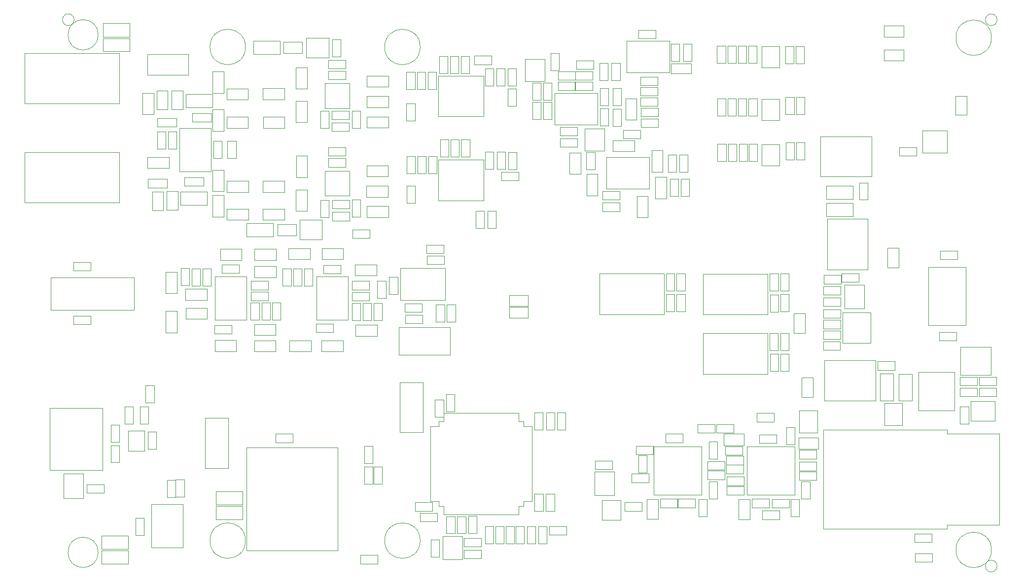
<source format=gbr>
%TF.GenerationSoftware,KiCad,Pcbnew,8.0.8*%
%TF.CreationDate,2025-02-14T08:34:57+01:00*%
%TF.ProjectId,AD DA module,41442044-4120-46d6-9f64-756c652e6b69,rev?*%
%TF.SameCoordinates,Original*%
%TF.FileFunction,Other,User*%
%FSLAX46Y46*%
G04 Gerber Fmt 4.6, Leading zero omitted, Abs format (unit mm)*
G04 Created by KiCad (PCBNEW 8.0.8) date 2025-02-14 08:34:57*
%MOMM*%
%LPD*%
G01*
G04 APERTURE LIST*
%ADD10C,0.050000*%
%ADD11C,0.100000*%
G04 APERTURE END LIST*
D10*
X94520000Y-14690000D02*
X95980000Y-14690000D01*
X94520000Y-17650000D02*
X94520000Y-14690000D01*
X95980000Y-14690000D02*
X95980000Y-17650000D01*
X95980000Y-17650000D02*
X94520000Y-17650000D01*
X130640000Y-58210000D02*
X133600000Y-58210000D01*
X130640000Y-59670000D02*
X130640000Y-58210000D01*
X133600000Y-58210000D02*
X133600000Y-59670000D01*
X133600000Y-59670000D02*
X130640000Y-59670000D01*
X111030000Y-75355000D02*
X112490000Y-75355000D01*
X111030000Y-78315000D02*
X111030000Y-75355000D01*
X112490000Y-75355000D02*
X112490000Y-78315000D01*
X112490000Y-78315000D02*
X111030000Y-78315000D01*
X26105000Y-55395000D02*
X29065000Y-55395000D01*
X26105000Y-56855000D02*
X26105000Y-55395000D01*
X29065000Y-55395000D02*
X29065000Y-56855000D01*
X29065000Y-56855000D02*
X26105000Y-56855000D01*
X81730000Y-89980000D02*
X83190000Y-89980000D01*
X81730000Y-92940000D02*
X81730000Y-89980000D01*
X83190000Y-89980000D02*
X83190000Y-92940000D01*
X83190000Y-92940000D02*
X81730000Y-92940000D01*
X58860000Y-53610000D02*
X61820000Y-53610000D01*
X58860000Y-55070000D02*
X58860000Y-53610000D01*
X61820000Y-53610000D02*
X61820000Y-55070000D01*
X61820000Y-55070000D02*
X58860000Y-55070000D01*
X52280000Y-34960000D02*
X55980000Y-34960000D01*
X52280000Y-36860000D02*
X52280000Y-34960000D01*
X55980000Y-34960000D02*
X55980000Y-36860000D01*
X55980000Y-36860000D02*
X52280000Y-36860000D01*
X52250000Y-27960000D02*
X55950000Y-27960000D01*
X52250000Y-29860000D02*
X52250000Y-27960000D01*
X55950000Y-27960000D02*
X55950000Y-29860000D01*
X55950000Y-29860000D02*
X52250000Y-29860000D01*
X157410000Y-64320000D02*
X160370000Y-64320000D01*
X157410000Y-65780000D02*
X157410000Y-64320000D01*
X160370000Y-64320000D02*
X160370000Y-65780000D01*
X160370000Y-65780000D02*
X157410000Y-65780000D01*
X64880000Y-23480000D02*
X66340000Y-23480000D01*
X64880000Y-26440000D02*
X64880000Y-23480000D01*
X66340000Y-23480000D02*
X66340000Y-26440000D01*
X66340000Y-26440000D02*
X64880000Y-26440000D01*
X28210000Y-19600000D02*
X31910000Y-19600000D01*
X28210000Y-21500000D02*
X28210000Y-19600000D01*
X31910000Y-19600000D02*
X31910000Y-21500000D01*
X31910000Y-21500000D02*
X28210000Y-21500000D01*
X109080000Y-72420000D02*
X112040000Y-72420000D01*
X109080000Y-73880000D02*
X109080000Y-72420000D01*
X112040000Y-72420000D02*
X112040000Y-73880000D01*
X112040000Y-73880000D02*
X109080000Y-73880000D01*
X60550000Y-85830000D02*
X63510000Y-85830000D01*
X60550000Y-87290000D02*
X60550000Y-85830000D01*
X63510000Y-85830000D02*
X63510000Y-87290000D01*
X63510000Y-87290000D02*
X60550000Y-87290000D01*
D11*
X200000Y-80875000D02*
X3600000Y-80875000D01*
X200000Y-85125000D02*
X200000Y-80875000D01*
X3600000Y-80875000D02*
X3600000Y-85125000D01*
X3600000Y-85125000D02*
X200000Y-85125000D01*
D10*
X98910000Y-4680000D02*
X101870000Y-4680000D01*
X98910000Y-6140000D02*
X98910000Y-4680000D01*
X101870000Y-4680000D02*
X101870000Y-6140000D01*
X101870000Y-6140000D02*
X98910000Y-6140000D01*
X39675000Y-45655000D02*
X41135000Y-45655000D01*
X39675000Y-48615000D02*
X39675000Y-45655000D01*
X41135000Y-45655000D02*
X41135000Y-48615000D01*
X41135000Y-48615000D02*
X39675000Y-48615000D01*
X103665000Y-50102500D02*
X105125000Y-50102500D01*
X103665000Y-53062500D02*
X103665000Y-50102500D01*
X105125000Y-50102500D02*
X105125000Y-53062500D01*
X105125000Y-53062500D02*
X103665000Y-53062500D01*
X21155000Y-49185000D02*
X24855000Y-49185000D01*
X21155000Y-51085000D02*
X21155000Y-49185000D01*
X24855000Y-49185000D02*
X24855000Y-51085000D01*
X24855000Y-51085000D02*
X21155000Y-51085000D01*
X54080000Y-47780000D02*
X55540000Y-47780000D01*
X54080000Y-50740000D02*
X54080000Y-47780000D01*
X55540000Y-47780000D02*
X55540000Y-50740000D01*
X55540000Y-50740000D02*
X54080000Y-50740000D01*
X123330000Y-60300000D02*
X124790000Y-60300000D01*
X123330000Y-63260000D02*
X123330000Y-60300000D01*
X124790000Y-60300000D02*
X124790000Y-63260000D01*
X124790000Y-63260000D02*
X123330000Y-63260000D01*
X38985000Y-58025000D02*
X42685000Y-58025000D01*
X38985000Y-59925000D02*
X38985000Y-58025000D01*
X42685000Y-58025000D02*
X42685000Y-59925000D01*
X42685000Y-59925000D02*
X38985000Y-59925000D01*
X18135000Y-22115000D02*
X19595000Y-22115000D01*
X18135000Y-25075000D02*
X18135000Y-22115000D01*
X19595000Y-22115000D02*
X19595000Y-25075000D01*
X19595000Y-25075000D02*
X18135000Y-25075000D01*
X130650000Y-56350000D02*
X133610000Y-56350000D01*
X130650000Y-57810000D02*
X130650000Y-56350000D01*
X133610000Y-56350000D02*
X133610000Y-57810000D01*
X133610000Y-57810000D02*
X130650000Y-57810000D01*
X112270000Y-72430000D02*
X115230000Y-72430000D01*
X112270000Y-73890000D02*
X112270000Y-72430000D01*
X115230000Y-72430000D02*
X115230000Y-73890000D01*
X115230000Y-73890000D02*
X112270000Y-73890000D01*
X50360000Y-55360000D02*
X54060000Y-55360000D01*
X50360000Y-57260000D02*
X50360000Y-55360000D01*
X54060000Y-55360000D02*
X54060000Y-57260000D01*
X54060000Y-57260000D02*
X50360000Y-57260000D01*
X52230000Y-31460000D02*
X55930000Y-31460000D01*
X52230000Y-33360000D02*
X52230000Y-31460000D01*
X55930000Y-31460000D02*
X55930000Y-33360000D01*
X55930000Y-33360000D02*
X52230000Y-33360000D01*
X110788000Y-80423000D02*
X113748000Y-80423000D01*
X110788000Y-81883000D02*
X110788000Y-80423000D01*
X113748000Y-80423000D02*
X113748000Y-81883000D01*
X113748000Y-81883000D02*
X110788000Y-81883000D01*
X148680000Y-45410000D02*
X155180000Y-45410000D01*
X148680000Y-55410000D02*
X148680000Y-45410000D01*
X155180000Y-45410000D02*
X155180000Y-55410000D01*
X155180000Y-55410000D02*
X148680000Y-55410000D01*
X64515000Y-12525000D02*
X64515000Y-19525000D01*
X64515000Y-19525000D02*
X72315000Y-19525000D01*
X72315000Y-12525000D02*
X64515000Y-12525000D01*
X72315000Y-19525000D02*
X72315000Y-12525000D01*
X44330000Y-33900000D02*
X45790000Y-33900000D01*
X44330000Y-36860000D02*
X44330000Y-33900000D01*
X45790000Y-33900000D02*
X45790000Y-36860000D01*
X45790000Y-36860000D02*
X44330000Y-36860000D01*
X1890000Y-44530000D02*
X4850000Y-44530000D01*
X1890000Y-45990000D02*
X1890000Y-44530000D01*
X4850000Y-44530000D02*
X4850000Y-45990000D01*
X4850000Y-45990000D02*
X1890000Y-45990000D01*
X21175000Y-52435000D02*
X24875000Y-52435000D01*
X21175000Y-54335000D02*
X21175000Y-52435000D01*
X24875000Y-52435000D02*
X24875000Y-54335000D01*
X24875000Y-54335000D02*
X21175000Y-54335000D01*
X92790000Y-34360000D02*
X95750000Y-34360000D01*
X92790000Y-35820000D02*
X92790000Y-34360000D01*
X95750000Y-34360000D02*
X95750000Y-35820000D01*
X95750000Y-35820000D02*
X92790000Y-35820000D01*
X76490000Y-11320000D02*
X77950000Y-11320000D01*
X76490000Y-14280000D02*
X76490000Y-11320000D01*
X77950000Y-11320000D02*
X77950000Y-14280000D01*
X77950000Y-14280000D02*
X76490000Y-14280000D01*
X124260000Y-23980000D02*
X125720000Y-23980000D01*
X124260000Y-26940000D02*
X124260000Y-23980000D01*
X125720000Y-23980000D02*
X125720000Y-26940000D01*
X125720000Y-26940000D02*
X124260000Y-26940000D01*
X126536000Y-80550000D02*
X129496000Y-80550000D01*
X126536000Y-82010000D02*
X126536000Y-80550000D01*
X129496000Y-80550000D02*
X129496000Y-82010000D01*
X129496000Y-82010000D02*
X126536000Y-82010000D01*
X153390000Y-16030000D02*
X153390000Y-19230000D01*
X155290000Y-16030000D02*
X153390000Y-16030000D01*
X155290000Y-16030000D02*
X155290000Y-19230000D01*
X155290000Y-19230000D02*
X153390000Y-19230000D01*
X79450000Y-9690000D02*
X79450000Y-13530000D01*
X79450000Y-13530000D02*
X82850000Y-13530000D01*
X82850000Y-9690000D02*
X79450000Y-9690000D01*
X82850000Y-13530000D02*
X82850000Y-9690000D01*
X89990000Y-25720000D02*
X91450000Y-25720000D01*
X89990000Y-28680000D02*
X89990000Y-25720000D01*
X91450000Y-25720000D02*
X91450000Y-28680000D01*
X91450000Y-28680000D02*
X89990000Y-28680000D01*
X92790000Y-32370000D02*
X95750000Y-32370000D01*
X92790000Y-33830000D02*
X92790000Y-32370000D01*
X95750000Y-32370000D02*
X95750000Y-33830000D01*
X95750000Y-33830000D02*
X92790000Y-33830000D01*
X21175000Y-15700000D02*
X25775000Y-15700000D01*
X21175000Y-18000000D02*
X21175000Y-15700000D01*
X25775000Y-15700000D02*
X25775000Y-18000000D01*
X25775000Y-18000000D02*
X21175000Y-18000000D01*
X6971000Y-3549000D02*
X11571000Y-3549000D01*
X6971000Y-5849000D02*
X6971000Y-3549000D01*
X11571000Y-3549000D02*
X11571000Y-5849000D01*
X11571000Y-5849000D02*
X6971000Y-5849000D01*
X99310000Y-16280000D02*
X102270000Y-16280000D01*
X99310000Y-17740000D02*
X99310000Y-16280000D01*
X102270000Y-16280000D02*
X102270000Y-17740000D01*
X102270000Y-17740000D02*
X99310000Y-17740000D01*
X32975000Y-42305000D02*
X36675000Y-42305000D01*
X32975000Y-44205000D02*
X32975000Y-42305000D01*
X36675000Y-42305000D02*
X36675000Y-44205000D01*
X36675000Y-44205000D02*
X32975000Y-44205000D01*
X67810000Y-88220000D02*
X69270000Y-88220000D01*
X67810000Y-91180000D02*
X67810000Y-88220000D01*
X69270000Y-88220000D02*
X69270000Y-91180000D01*
X69270000Y-91180000D02*
X67810000Y-91180000D01*
X59100000Y-26377500D02*
X60560000Y-26377500D01*
X59100000Y-29337500D02*
X59100000Y-26377500D01*
X60560000Y-26377500D02*
X60560000Y-29337500D01*
X60560000Y-29337500D02*
X59100000Y-29337500D01*
X6991000Y-6119000D02*
X11551000Y-6119000D01*
X6991000Y-8359000D02*
X6991000Y-6119000D01*
X11551000Y-6119000D02*
X11551000Y-8359000D01*
X11551000Y-8359000D02*
X6991000Y-8359000D01*
X51595000Y-51575000D02*
X53055000Y-51575000D01*
X51595000Y-54535000D02*
X51595000Y-51575000D01*
X53055000Y-51575000D02*
X53055000Y-54535000D01*
X53055000Y-54535000D02*
X51595000Y-54535000D01*
X117835000Y-16430000D02*
X119295000Y-16430000D01*
X117835000Y-19390000D02*
X117835000Y-16430000D01*
X119295000Y-16430000D02*
X119295000Y-19390000D01*
X119295000Y-19390000D02*
X117835000Y-19390000D01*
X130889000Y-61460000D02*
X130889000Y-68360000D01*
X130889000Y-68360000D02*
X139689000Y-68360000D01*
X139689000Y-61460000D02*
X130889000Y-61460000D01*
X139689000Y-68360000D02*
X139689000Y-61460000D01*
X101525500Y-76249000D02*
X101525500Y-84509000D01*
X101525500Y-84509000D02*
X109785500Y-84509000D01*
X109785500Y-76249000D02*
X101525500Y-76249000D01*
X109785500Y-84509000D02*
X109785500Y-76249000D01*
X154120000Y-66170000D02*
X157080000Y-66170000D01*
X154120000Y-67630000D02*
X154120000Y-66170000D01*
X157080000Y-66170000D02*
X157080000Y-67630000D01*
X157080000Y-67630000D02*
X154120000Y-67630000D01*
X8300000Y-72500000D02*
X9760000Y-72500000D01*
X8300000Y-75460000D02*
X8300000Y-72500000D01*
X9760000Y-72500000D02*
X9760000Y-75460000D01*
X9760000Y-75460000D02*
X8300000Y-75460000D01*
X146348000Y-91218000D02*
X149308000Y-91218000D01*
X146348000Y-92678000D02*
X146348000Y-91218000D01*
X149308000Y-91218000D02*
X149308000Y-92678000D01*
X149308000Y-92678000D02*
X146348000Y-92678000D01*
X121900000Y-85260000D02*
X124860000Y-85260000D01*
X121900000Y-86720000D02*
X121900000Y-85260000D01*
X124860000Y-85260000D02*
X124860000Y-86720000D01*
X124860000Y-86720000D02*
X121900000Y-86720000D01*
X84950000Y-70380000D02*
X86410000Y-70380000D01*
X84950000Y-73340000D02*
X84950000Y-70380000D01*
X86410000Y-70380000D02*
X86410000Y-73340000D01*
X86410000Y-73340000D02*
X84950000Y-73340000D01*
X76590000Y-25660000D02*
X78050000Y-25660000D01*
X76590000Y-28620000D02*
X76590000Y-25660000D01*
X78050000Y-25660000D02*
X78050000Y-28620000D01*
X78050000Y-28620000D02*
X76590000Y-28620000D01*
X24045000Y-45635000D02*
X25505000Y-45635000D01*
X24045000Y-48595000D02*
X24045000Y-45635000D01*
X25505000Y-45635000D02*
X25505000Y-48595000D01*
X25505000Y-48595000D02*
X24045000Y-48595000D01*
X101200000Y-25350000D02*
X103100000Y-25350000D01*
X101200000Y-29050000D02*
X101200000Y-25350000D01*
X103100000Y-25350000D02*
X103100000Y-29050000D01*
X103100000Y-29050000D02*
X101200000Y-29050000D01*
X120186000Y-87281000D02*
X123146000Y-87281000D01*
X120186000Y-88741000D02*
X120186000Y-87281000D01*
X123146000Y-87281000D02*
X123146000Y-88741000D01*
X123146000Y-88741000D02*
X120186000Y-88741000D01*
X124175000Y-7480000D02*
X125635000Y-7480000D01*
X124175000Y-10440000D02*
X124175000Y-7480000D01*
X125635000Y-7480000D02*
X125635000Y-10440000D01*
X125635000Y-10440000D02*
X124175000Y-10440000D01*
X109252000Y-85261000D02*
X110712000Y-85261000D01*
X109252000Y-88221000D02*
X109252000Y-85261000D01*
X110712000Y-85261000D02*
X110712000Y-88221000D01*
X110712000Y-88221000D02*
X109252000Y-88221000D01*
X121500000Y-60320000D02*
X122960000Y-60320000D01*
X121500000Y-63280000D02*
X121500000Y-60320000D01*
X122960000Y-60320000D02*
X122960000Y-63280000D01*
X122960000Y-63280000D02*
X121500000Y-63280000D01*
X104010000Y-26100000D02*
X105470000Y-26100000D01*
X104010000Y-29060000D02*
X104010000Y-26100000D01*
X105470000Y-26100000D02*
X105470000Y-29060000D01*
X105470000Y-29060000D02*
X104010000Y-29060000D01*
X40130000Y-16860000D02*
X42030000Y-16860000D01*
X40130000Y-20560000D02*
X40130000Y-16860000D01*
X42030000Y-16860000D02*
X42030000Y-20560000D01*
X42030000Y-20560000D02*
X40130000Y-20560000D01*
X44545000Y-42205000D02*
X48245000Y-42205000D01*
X44545000Y-44105000D02*
X44545000Y-42205000D01*
X48245000Y-42205000D02*
X48245000Y-44105000D01*
X48245000Y-44105000D02*
X44545000Y-44105000D01*
X45092500Y-28910000D02*
X45092500Y-33170000D01*
X45092500Y-33170000D02*
X49352500Y-33170000D01*
X49352500Y-28910000D02*
X45092500Y-28910000D01*
X49352500Y-33170000D02*
X49352500Y-28910000D01*
X110788000Y-78772000D02*
X113748000Y-78772000D01*
X110788000Y-80232000D02*
X110788000Y-78772000D01*
X113748000Y-78772000D02*
X113748000Y-80232000D01*
X113748000Y-80232000D02*
X110788000Y-80232000D01*
X52275000Y-16060000D02*
X55975000Y-16060000D01*
X52275000Y-17960000D02*
X52275000Y-16060000D01*
X55975000Y-16060000D02*
X55975000Y-17960000D01*
X55975000Y-17960000D02*
X52275000Y-17960000D01*
X105708000Y-85249000D02*
X108668000Y-85249000D01*
X105708000Y-86709000D02*
X105708000Y-85249000D01*
X108668000Y-85249000D02*
X108668000Y-86709000D01*
X108668000Y-86709000D02*
X105708000Y-86709000D01*
X96905000Y-6575000D02*
X96905000Y-11975000D01*
X96905000Y-11975000D02*
X104305000Y-11975000D01*
X104305000Y-6575000D02*
X96905000Y-6575000D01*
X104305000Y-11975000D02*
X104305000Y-6575000D01*
X98500000Y-76140000D02*
X101460000Y-76140000D01*
X98500000Y-77600000D02*
X98500000Y-76140000D01*
X101460000Y-76140000D02*
X101460000Y-77600000D01*
X101460000Y-77600000D02*
X98500000Y-77600000D01*
X121480000Y-46540000D02*
X122940000Y-46540000D01*
X121480000Y-49500000D02*
X121480000Y-46540000D01*
X122940000Y-46540000D02*
X122940000Y-49500000D01*
X122940000Y-49500000D02*
X121480000Y-49500000D01*
X84520000Y-15545000D02*
X84520000Y-20945000D01*
X84520000Y-20945000D02*
X91920000Y-20945000D01*
X91920000Y-15545000D02*
X84520000Y-15545000D01*
X91920000Y-20945000D02*
X91920000Y-15545000D01*
X116090000Y-85330000D02*
X118050000Y-85330000D01*
X116090000Y-88730000D02*
X116090000Y-85330000D01*
X118050000Y-85330000D02*
X118050000Y-88730000D01*
X118050000Y-88730000D02*
X116090000Y-88730000D01*
X2016000Y-2921000D02*
G75*
G02*
X16000Y-2921000I-1000000J0D01*
G01*
X16000Y-2921000D02*
G75*
G02*
X2016000Y-2921000I1000000J0D01*
G01*
X34440000Y-14690000D02*
X38140000Y-14690000D01*
X34440000Y-16590000D02*
X34440000Y-14690000D01*
X38140000Y-14690000D02*
X38140000Y-16590000D01*
X38140000Y-16590000D02*
X34440000Y-16590000D01*
X83590000Y-89920000D02*
X86550000Y-89920000D01*
X83590000Y-91380000D02*
X83590000Y-89920000D01*
X86550000Y-89920000D02*
X86550000Y-91380000D01*
X86550000Y-91380000D02*
X83590000Y-91380000D01*
D11*
X-2000000Y-47200000D02*
X-2000000Y-52800000D01*
X-2000000Y-47200000D02*
X12350000Y-47200000D01*
X-2000000Y-52800000D02*
X12350000Y-52800000D01*
X12350000Y-47200000D02*
X12350000Y-52800000D01*
D10*
X89670000Y-21630000D02*
X89670000Y-25470000D01*
X89670000Y-25470000D02*
X93070000Y-25470000D01*
X93070000Y-21630000D02*
X89670000Y-21630000D01*
X93070000Y-25470000D02*
X93070000Y-21630000D01*
X90040000Y-29410000D02*
X91940000Y-29410000D01*
X90040000Y-33110000D02*
X90040000Y-29410000D01*
X91940000Y-29410000D02*
X91940000Y-33110000D01*
X91940000Y-33110000D02*
X90040000Y-33110000D01*
X98640000Y-33190000D02*
X100540000Y-33190000D01*
X98640000Y-36890000D02*
X98640000Y-33190000D01*
X100540000Y-33190000D02*
X100540000Y-36890000D01*
X100540000Y-36890000D02*
X98640000Y-36890000D01*
X52275000Y-19560000D02*
X55975000Y-19560000D01*
X52275000Y-21460000D02*
X52275000Y-19560000D01*
X55975000Y-19560000D02*
X55975000Y-21460000D01*
X55975000Y-21460000D02*
X52275000Y-21460000D01*
X61450000Y-92400000D02*
G75*
G02*
X55350000Y-92400000I-3050000J0D01*
G01*
X55350000Y-92400000D02*
G75*
G02*
X61450000Y-92400000I3050000J0D01*
G01*
X64585000Y-26975000D02*
X64585000Y-33975000D01*
X64585000Y-33975000D02*
X72385000Y-33975000D01*
X72385000Y-26975000D02*
X64585000Y-26975000D01*
X72385000Y-33975000D02*
X72385000Y-26975000D01*
X12540000Y-88500000D02*
X14000000Y-88500000D01*
X12540000Y-91460000D02*
X12540000Y-88500000D01*
X14000000Y-88500000D02*
X14000000Y-91460000D01*
X14000000Y-91460000D02*
X12540000Y-91460000D01*
X20090000Y-21580000D02*
X20090000Y-28980000D01*
X20090000Y-28980000D02*
X25490000Y-28980000D01*
X25490000Y-21580000D02*
X20090000Y-21580000D01*
X25490000Y-28980000D02*
X25490000Y-21580000D01*
X154230000Y-59160000D02*
X159430000Y-59160000D01*
X154230000Y-63960000D02*
X154230000Y-59160000D01*
X159430000Y-59160000D02*
X159430000Y-63960000D01*
X159430000Y-63960000D02*
X154230000Y-63960000D01*
X14300000Y-65740000D02*
X15760000Y-65740000D01*
X14300000Y-68700000D02*
X14300000Y-65740000D01*
X15760000Y-65740000D02*
X15760000Y-68700000D01*
X15760000Y-68700000D02*
X14300000Y-68700000D01*
X98900000Y-77780000D02*
X100360000Y-77780000D01*
X98900000Y-80740000D02*
X98900000Y-77780000D01*
X100360000Y-77780000D02*
X100360000Y-80740000D01*
X100360000Y-80740000D02*
X98900000Y-80740000D01*
X46265000Y-20590000D02*
X49225000Y-20590000D01*
X46265000Y-22050000D02*
X46265000Y-20590000D01*
X49225000Y-20590000D02*
X49225000Y-22050000D01*
X49225000Y-22050000D02*
X46265000Y-22050000D01*
X68480000Y-23520000D02*
X69940000Y-23520000D01*
X68480000Y-26480000D02*
X68480000Y-23520000D01*
X69940000Y-23520000D02*
X69940000Y-26480000D01*
X69940000Y-26480000D02*
X68480000Y-26480000D01*
X25950000Y-23730000D02*
X27410000Y-23730000D01*
X25950000Y-26690000D02*
X25950000Y-23730000D01*
X27410000Y-23730000D02*
X27410000Y-26690000D01*
X27410000Y-26690000D02*
X25950000Y-26690000D01*
X26360000Y-86520000D02*
X30920000Y-86520000D01*
X26360000Y-88760000D02*
X26360000Y-86520000D01*
X30920000Y-86520000D02*
X30920000Y-88760000D01*
X30920000Y-88760000D02*
X26360000Y-88760000D01*
X14650000Y-30290000D02*
X17950000Y-30290000D01*
X14650000Y-31750000D02*
X14650000Y-30290000D01*
X17950000Y-30290000D02*
X17950000Y-31750000D01*
X17950000Y-31750000D02*
X14650000Y-31750000D01*
X123320000Y-50100000D02*
X124780000Y-50100000D01*
X123320000Y-53060000D02*
X123320000Y-50100000D01*
X124780000Y-50100000D02*
X124780000Y-53060000D01*
X124780000Y-53060000D02*
X123320000Y-53060000D01*
X136830000Y-30900000D02*
X138290000Y-30900000D01*
X136830000Y-33860000D02*
X136830000Y-30900000D01*
X138290000Y-30900000D02*
X138290000Y-33860000D01*
X138290000Y-33860000D02*
X136830000Y-33860000D01*
X45655000Y-11710000D02*
X48615000Y-11710000D01*
X45655000Y-13170000D02*
X45655000Y-11710000D01*
X48615000Y-11710000D02*
X48615000Y-13170000D01*
X48615000Y-13170000D02*
X45655000Y-13170000D01*
X126000000Y-16180000D02*
X127460000Y-16180000D01*
X126000000Y-19140000D02*
X126000000Y-16180000D01*
X127460000Y-16180000D02*
X127460000Y-19140000D01*
X127460000Y-19140000D02*
X126000000Y-19140000D01*
X25800000Y-11810000D02*
X27700000Y-11810000D01*
X25800000Y-15510000D02*
X25800000Y-11810000D01*
X27700000Y-11810000D02*
X27700000Y-15510000D01*
X27700000Y-15510000D02*
X25800000Y-15510000D01*
X-6500000Y-17300000D02*
X-6500000Y-8700000D01*
X-6500000Y-17300000D02*
X9800000Y-17300000D01*
X9800000Y-8700000D02*
X-6500000Y-8700000D01*
X9800000Y-8700000D02*
X9800000Y-17300000D01*
X27110000Y-42300000D02*
X30810000Y-42300000D01*
X27110000Y-44200000D02*
X27110000Y-42300000D01*
X30810000Y-42300000D02*
X30810000Y-44200000D01*
X30810000Y-44200000D02*
X27110000Y-44200000D01*
X58047500Y-45590000D02*
X58047500Y-51090000D01*
X58047500Y-51090000D02*
X65747500Y-51090000D01*
X65747500Y-45590000D02*
X58047500Y-45590000D01*
X65747500Y-51090000D02*
X65747500Y-45590000D01*
X92300000Y-14670000D02*
X93760000Y-14670000D01*
X92300000Y-17630000D02*
X92300000Y-14670000D01*
X93760000Y-14670000D02*
X93760000Y-17630000D01*
X93760000Y-17630000D02*
X92300000Y-17630000D01*
X113616000Y-74077000D02*
X117016000Y-74077000D01*
X113616000Y-76037000D02*
X113616000Y-74077000D01*
X117016000Y-74077000D02*
X117016000Y-76037000D01*
X117016000Y-76037000D02*
X113616000Y-76037000D01*
X44325000Y-18620000D02*
X45785000Y-18620000D01*
X44325000Y-21580000D02*
X44325000Y-18620000D01*
X45785000Y-18620000D02*
X45785000Y-21580000D01*
X45785000Y-21580000D02*
X44325000Y-21580000D01*
X131180000Y-31470000D02*
X135780000Y-31470000D01*
X131180000Y-33770000D02*
X131180000Y-31470000D01*
X135780000Y-31470000D02*
X135780000Y-33770000D01*
X135780000Y-33770000D02*
X131180000Y-33770000D01*
X53435000Y-51575000D02*
X54895000Y-51575000D01*
X53435000Y-54535000D02*
X53435000Y-51575000D01*
X54895000Y-51575000D02*
X54895000Y-54535000D01*
X54895000Y-54535000D02*
X53435000Y-54535000D01*
X28220000Y-35390000D02*
X31920000Y-35390000D01*
X28220000Y-37290000D02*
X28220000Y-35390000D01*
X31920000Y-35390000D02*
X31920000Y-37290000D01*
X31920000Y-37290000D02*
X28220000Y-37290000D01*
X60980000Y-26377500D02*
X62440000Y-26377500D01*
X60980000Y-29337500D02*
X60980000Y-26377500D01*
X62440000Y-26377500D02*
X62440000Y-29337500D01*
X62440000Y-29337500D02*
X60980000Y-29337500D01*
X44815000Y-45085000D02*
X47775000Y-45085000D01*
X44815000Y-46545000D02*
X44815000Y-45085000D01*
X47775000Y-45085000D02*
X47775000Y-46545000D01*
X47775000Y-46545000D02*
X44815000Y-46545000D01*
X112420000Y-7435000D02*
X113880000Y-7435000D01*
X112420000Y-10395000D02*
X112420000Y-7435000D01*
X113880000Y-7435000D02*
X113880000Y-10395000D01*
X113880000Y-10395000D02*
X112420000Y-10395000D01*
X112510000Y-24270000D02*
X113970000Y-24270000D01*
X112510000Y-27230000D02*
X112510000Y-24270000D01*
X113970000Y-24270000D02*
X113970000Y-27230000D01*
X113970000Y-27230000D02*
X112510000Y-27230000D01*
X24500000Y-71350000D02*
X28500000Y-71350000D01*
X24500000Y-79950000D02*
X24500000Y-71350000D01*
X28500000Y-71350000D02*
X28500000Y-79950000D01*
X28500000Y-79950000D02*
X24500000Y-79950000D01*
X117880000Y-24260000D02*
X119340000Y-24260000D01*
X117880000Y-27220000D02*
X117880000Y-24260000D01*
X119340000Y-24260000D02*
X119340000Y-27220000D01*
X119340000Y-27220000D02*
X117880000Y-27220000D01*
X59090000Y-11927500D02*
X60550000Y-11927500D01*
X59090000Y-14887500D02*
X59090000Y-11927500D01*
X60550000Y-11927500D02*
X60550000Y-14887500D01*
X60550000Y-14887500D02*
X59090000Y-14887500D01*
X64165000Y-51835000D02*
X65625000Y-51835000D01*
X64165000Y-54795000D02*
X64165000Y-51835000D01*
X65625000Y-51835000D02*
X65625000Y-54795000D01*
X65625000Y-54795000D02*
X64165000Y-54795000D01*
X120075000Y-11125000D02*
X120075000Y-7525000D01*
X123175000Y-7525000D02*
X120075000Y-7525000D01*
X123175000Y-11125000D02*
X120075000Y-11125000D01*
X123175000Y-11125000D02*
X123175000Y-7525000D01*
X159553000Y-93997000D02*
G75*
G02*
X153453000Y-93997000I-3050000J0D01*
G01*
X153453000Y-93997000D02*
G75*
G02*
X159553000Y-93997000I3050000J0D01*
G01*
X34420000Y-35390000D02*
X38120000Y-35390000D01*
X34420000Y-37290000D02*
X34420000Y-35390000D01*
X38120000Y-35390000D02*
X38120000Y-37290000D01*
X38120000Y-37290000D02*
X34420000Y-37290000D01*
X123310000Y-46530000D02*
X124770000Y-46530000D01*
X123310000Y-49490000D02*
X123310000Y-46530000D01*
X124770000Y-46530000D02*
X124770000Y-49490000D01*
X124770000Y-49490000D02*
X123310000Y-49490000D01*
X130670000Y-52670000D02*
X133630000Y-52670000D01*
X130670000Y-54130000D02*
X130670000Y-52670000D01*
X133630000Y-52670000D02*
X133630000Y-54130000D01*
X133630000Y-54130000D02*
X130670000Y-54130000D01*
X126950000Y-64410000D02*
X128910000Y-64410000D01*
X126950000Y-67810000D02*
X126950000Y-64410000D01*
X128910000Y-64410000D02*
X128910000Y-67810000D01*
X128910000Y-67810000D02*
X126950000Y-67810000D01*
X6717000Y-94100000D02*
X11317000Y-94100000D01*
X6717000Y-96400000D02*
X6717000Y-94100000D01*
X11317000Y-94100000D02*
X11317000Y-96400000D01*
X11317000Y-96400000D02*
X6717000Y-96400000D01*
X124200000Y-16180000D02*
X125660000Y-16180000D01*
X124200000Y-19140000D02*
X124200000Y-16180000D01*
X125660000Y-16180000D02*
X125660000Y-19140000D01*
X125660000Y-19140000D02*
X124200000Y-19140000D01*
X126443000Y-74712000D02*
X129843000Y-74712000D01*
X126443000Y-76672000D02*
X126443000Y-74712000D01*
X129843000Y-74712000D02*
X129843000Y-76672000D01*
X129843000Y-76672000D02*
X126443000Y-76672000D01*
X69000000Y-94030000D02*
X71960000Y-94030000D01*
X69000000Y-95490000D02*
X69000000Y-94030000D01*
X71960000Y-94030000D02*
X71960000Y-95490000D01*
X71960000Y-95490000D02*
X69000000Y-95490000D01*
X130730000Y-46810000D02*
X133690000Y-46810000D01*
X130730000Y-48270000D02*
X130730000Y-46810000D01*
X133690000Y-46810000D02*
X133690000Y-48270000D01*
X133690000Y-48270000D02*
X130730000Y-48270000D01*
X101850000Y-29910000D02*
X103750000Y-29910000D01*
X101850000Y-33610000D02*
X101850000Y-29910000D01*
X103750000Y-29910000D02*
X103750000Y-33610000D01*
X103750000Y-33610000D02*
X101850000Y-33610000D01*
X49725000Y-18570000D02*
X51185000Y-18570000D01*
X49725000Y-21530000D02*
X49725000Y-18570000D01*
X51185000Y-18570000D02*
X51185000Y-21530000D01*
X51185000Y-21530000D02*
X49725000Y-21530000D01*
X94310000Y-10370000D02*
X95770000Y-10370000D01*
X94310000Y-13330000D02*
X94310000Y-10370000D01*
X95770000Y-10370000D02*
X95770000Y-13330000D01*
X95770000Y-13330000D02*
X94310000Y-13330000D01*
X81050000Y-70380000D02*
X82510000Y-70380000D01*
X81050000Y-73340000D02*
X81050000Y-70380000D01*
X82510000Y-70380000D02*
X82510000Y-73340000D01*
X82510000Y-73340000D02*
X81050000Y-73340000D01*
X49735000Y-49705000D02*
X52695000Y-49705000D01*
X49735000Y-51165000D02*
X49735000Y-49705000D01*
X52695000Y-49705000D02*
X52695000Y-51165000D01*
X52695000Y-51165000D02*
X49735000Y-51165000D01*
X16190000Y-15087500D02*
X18090000Y-15087500D01*
X16190000Y-18287500D02*
X16190000Y-15087500D01*
X16190000Y-18287500D02*
X18090000Y-18287500D01*
X18090000Y-18287500D02*
X18090000Y-15087500D01*
X114237500Y-7430000D02*
X115697500Y-7430000D01*
X114237500Y-10390000D02*
X114237500Y-7430000D01*
X115697500Y-7430000D02*
X115697500Y-10390000D01*
X115697500Y-10390000D02*
X114237500Y-10390000D01*
X77870000Y-89990000D02*
X79330000Y-89990000D01*
X77870000Y-92950000D02*
X77870000Y-89990000D01*
X79330000Y-89990000D02*
X79330000Y-92950000D01*
X79330000Y-92950000D02*
X77870000Y-92950000D01*
X143720000Y-24840000D02*
X146680000Y-24840000D01*
X143720000Y-26300000D02*
X143720000Y-24840000D01*
X146680000Y-24840000D02*
X146680000Y-26300000D01*
X146680000Y-26300000D02*
X143720000Y-26300000D01*
X36620000Y-74073000D02*
X39580000Y-74073000D01*
X36620000Y-75533000D02*
X36620000Y-74073000D01*
X39580000Y-74073000D02*
X39580000Y-75533000D01*
X39580000Y-75533000D02*
X36620000Y-75533000D01*
X31450000Y-92400000D02*
G75*
G02*
X25350000Y-92400000I-3050000J0D01*
G01*
X25350000Y-92400000D02*
G75*
G02*
X31450000Y-92400000I3050000J0D01*
G01*
X147030000Y-70070000D02*
X147030000Y-63470000D01*
X153230000Y-63470000D02*
X147030000Y-63470000D01*
X153230000Y-63470000D02*
X153230000Y-70070000D01*
X153230000Y-70070000D02*
X147030000Y-70070000D01*
X68470000Y-9157500D02*
X69930000Y-9157500D01*
X68470000Y-12117500D02*
X68470000Y-9157500D01*
X69930000Y-9157500D02*
X69930000Y-12117500D01*
X69930000Y-12117500D02*
X68470000Y-12117500D01*
X72590000Y-11280000D02*
X74050000Y-11280000D01*
X72590000Y-14240000D02*
X72590000Y-11280000D01*
X74050000Y-11280000D02*
X74050000Y-14240000D01*
X74050000Y-14240000D02*
X72590000Y-14240000D01*
X92700000Y-88880000D02*
X92700000Y-85480000D01*
X92700000Y-88880000D02*
X95900000Y-88880000D01*
X95900000Y-85480000D02*
X92700000Y-85480000D01*
X95900000Y-85480000D02*
X95900000Y-88880000D01*
X65337500Y-91660000D02*
X65337500Y-95660000D01*
X65337500Y-95660000D02*
X68737500Y-95660000D01*
X68737500Y-91660000D02*
X65337500Y-91660000D01*
X68737500Y-95660000D02*
X68737500Y-91660000D01*
X160512000Y-2921000D02*
G75*
G02*
X158512000Y-2921000I-1000000J0D01*
G01*
X158512000Y-2921000D02*
G75*
G02*
X160512000Y-2921000I1000000J0D01*
G01*
X36045000Y-51535000D02*
X37505000Y-51535000D01*
X36045000Y-54495000D02*
X36045000Y-51535000D01*
X37505000Y-51535000D02*
X37505000Y-54495000D01*
X37505000Y-54495000D02*
X36045000Y-54495000D01*
X106200000Y-30230000D02*
X107660000Y-30230000D01*
X106200000Y-33190000D02*
X106200000Y-30230000D01*
X107660000Y-30230000D02*
X107660000Y-33190000D01*
X107660000Y-33190000D02*
X106200000Y-33190000D01*
X6156000Y-5512000D02*
G75*
G02*
X956000Y-5512000I-2600000J0D01*
G01*
X956000Y-5512000D02*
G75*
G02*
X6156000Y-5512000I2600000J0D01*
G01*
X104320000Y-30230000D02*
X105780000Y-30230000D01*
X104320000Y-33190000D02*
X104320000Y-30230000D01*
X105780000Y-30230000D02*
X105780000Y-33190000D01*
X105780000Y-33190000D02*
X104320000Y-33190000D01*
X119290000Y-70520000D02*
X122250000Y-70520000D01*
X119290000Y-71980000D02*
X119290000Y-70520000D01*
X122250000Y-70520000D02*
X122250000Y-71980000D01*
X122250000Y-71980000D02*
X119290000Y-71980000D01*
X41505000Y-45655000D02*
X42965000Y-45655000D01*
X41505000Y-48615000D02*
X41505000Y-45655000D01*
X42965000Y-45655000D02*
X42965000Y-48615000D01*
X42965000Y-48615000D02*
X41505000Y-48615000D01*
X99360000Y-19940000D02*
X102320000Y-19940000D01*
X99360000Y-21400000D02*
X99360000Y-19940000D01*
X102320000Y-19940000D02*
X102320000Y-21400000D01*
X102320000Y-21400000D02*
X99360000Y-21400000D01*
X37835000Y-45655000D02*
X39295000Y-45655000D01*
X37835000Y-48615000D02*
X37835000Y-45655000D01*
X39295000Y-45655000D02*
X39295000Y-48615000D01*
X39295000Y-48615000D02*
X37835000Y-48615000D01*
X105475000Y-46512500D02*
X106935000Y-46512500D01*
X105475000Y-49472500D02*
X105475000Y-46512500D01*
X106935000Y-46512500D02*
X106935000Y-49472500D01*
X106935000Y-49472500D02*
X105475000Y-49472500D01*
X92300000Y-18180000D02*
X93760000Y-18180000D01*
X92300000Y-21140000D02*
X92300000Y-18180000D01*
X93760000Y-18180000D02*
X93760000Y-21140000D01*
X93760000Y-21140000D02*
X92300000Y-21140000D01*
X31600000Y-76375000D02*
X47300000Y-76375000D01*
X31600000Y-94075000D02*
X31600000Y-76375000D01*
X47300000Y-76375000D02*
X47300000Y-94075000D01*
X47300000Y-94075000D02*
X31600000Y-94075000D01*
X1890000Y-53820000D02*
X4850000Y-53820000D01*
X1890000Y-55280000D02*
X1890000Y-53820000D01*
X4850000Y-53820000D02*
X4850000Y-55280000D01*
X4850000Y-55280000D02*
X1890000Y-55280000D01*
X85450000Y-21360000D02*
X88410000Y-21360000D01*
X85450000Y-22820000D02*
X85450000Y-21360000D01*
X88410000Y-21360000D02*
X88410000Y-22820000D01*
X88410000Y-22820000D02*
X85450000Y-22820000D01*
X88260000Y-9910000D02*
X91220000Y-9910000D01*
X88260000Y-11370000D02*
X88260000Y-9910000D01*
X91220000Y-9910000D02*
X91220000Y-11370000D01*
X91220000Y-11370000D02*
X88260000Y-11370000D01*
X114340000Y-24260000D02*
X115800000Y-24260000D01*
X114340000Y-27220000D02*
X114340000Y-24260000D01*
X115800000Y-24260000D02*
X115800000Y-27220000D01*
X115800000Y-27220000D02*
X114340000Y-27220000D01*
X40130000Y-11090000D02*
X42030000Y-11090000D01*
X40130000Y-14790000D02*
X40130000Y-11090000D01*
X42030000Y-11090000D02*
X42030000Y-14790000D01*
X42030000Y-14790000D02*
X40130000Y-14790000D01*
X141660000Y-42110000D02*
X143620000Y-42110000D01*
X141660000Y-45510000D02*
X141660000Y-42110000D01*
X143620000Y-42110000D02*
X143620000Y-45510000D01*
X143620000Y-45510000D02*
X141660000Y-45510000D01*
X34460000Y-19620000D02*
X38160000Y-19620000D01*
X34460000Y-21520000D02*
X34460000Y-19620000D01*
X38160000Y-19620000D02*
X38160000Y-21520000D01*
X38160000Y-21520000D02*
X34460000Y-21520000D01*
X59090000Y-17350000D02*
X60550000Y-17350000D01*
X59090000Y-20310000D02*
X59090000Y-17350000D01*
X60550000Y-17350000D02*
X60550000Y-20310000D01*
X60550000Y-20310000D02*
X59090000Y-20310000D01*
X120085000Y-27975000D02*
X120085000Y-24375000D01*
X123185000Y-24375000D02*
X120085000Y-24375000D01*
X123185000Y-27975000D02*
X120085000Y-27975000D01*
X123185000Y-27975000D02*
X123185000Y-24375000D01*
X130709000Y-73369026D02*
X130709000Y-90369026D01*
X130709000Y-90369026D02*
X151909000Y-90369026D01*
X151909000Y-73369026D02*
X130709000Y-73369026D01*
X151909000Y-74069026D02*
X151909000Y-73369026D01*
X151909000Y-89669026D02*
X160909000Y-89669026D01*
X151909000Y-90369026D02*
X151909000Y-89669026D01*
X160909000Y-74069026D02*
X151909000Y-74069026D01*
X160909000Y-89669026D02*
X160909000Y-74069026D01*
X74650000Y-25630000D02*
X76110000Y-25630000D01*
X74650000Y-28590000D02*
X74650000Y-25630000D01*
X76110000Y-25630000D02*
X76110000Y-28590000D01*
X76110000Y-28590000D02*
X74650000Y-28590000D01*
X125590000Y-53370000D02*
X127550000Y-53370000D01*
X125590000Y-56770000D02*
X125590000Y-53370000D01*
X127550000Y-53370000D02*
X127550000Y-56770000D01*
X127550000Y-56770000D02*
X125590000Y-56770000D01*
X32945000Y-58015000D02*
X36645000Y-58015000D01*
X32945000Y-59915000D02*
X32945000Y-58015000D01*
X36645000Y-58015000D02*
X36645000Y-59915000D01*
X36645000Y-59915000D02*
X32945000Y-59915000D01*
X49850000Y-38980000D02*
X52810000Y-38980000D01*
X49850000Y-40440000D02*
X49850000Y-38980000D01*
X52810000Y-38980000D02*
X52810000Y-40440000D01*
X52810000Y-40440000D02*
X49850000Y-40440000D01*
X130160000Y-22980000D02*
X130160000Y-29880000D01*
X130160000Y-29880000D02*
X138960000Y-29880000D01*
X138960000Y-22980000D02*
X130160000Y-22980000D01*
X138960000Y-29880000D02*
X138960000Y-22980000D01*
X70710000Y-9120000D02*
X73670000Y-9120000D01*
X70710000Y-10580000D02*
X70710000Y-9120000D01*
X73670000Y-9120000D02*
X73670000Y-10580000D01*
X73670000Y-10580000D02*
X70710000Y-10580000D01*
X99290000Y-12730000D02*
X102250000Y-12730000D01*
X99290000Y-14190000D02*
X99290000Y-12730000D01*
X102250000Y-12730000D02*
X102250000Y-14190000D01*
X102250000Y-14190000D02*
X99290000Y-14190000D01*
X49760000Y-33840000D02*
X51220000Y-33840000D01*
X49760000Y-36800000D02*
X49760000Y-33840000D01*
X51220000Y-33840000D02*
X51220000Y-36800000D01*
X51220000Y-36800000D02*
X49760000Y-36800000D01*
X18780000Y-15110000D02*
X18780000Y-18310000D01*
X20680000Y-15110000D02*
X18780000Y-15110000D01*
X20680000Y-15110000D02*
X20680000Y-18310000D01*
X20680000Y-18310000D02*
X18780000Y-18310000D01*
X46275000Y-18590000D02*
X49235000Y-18590000D01*
X46275000Y-20050000D02*
X46275000Y-18590000D01*
X49235000Y-18590000D02*
X49235000Y-20050000D01*
X49235000Y-20050000D02*
X46275000Y-20050000D01*
X99300000Y-14515000D02*
X102260000Y-14515000D01*
X99300000Y-15975000D02*
X99300000Y-14515000D01*
X102260000Y-14515000D02*
X102260000Y-15975000D01*
X102260000Y-15975000D02*
X99300000Y-15975000D01*
X80740000Y-17070000D02*
X82200000Y-17070000D01*
X80740000Y-20030000D02*
X80740000Y-17070000D01*
X82200000Y-17070000D02*
X82200000Y-20030000D01*
X82200000Y-20030000D02*
X80740000Y-20030000D01*
X150555000Y-56590000D02*
X153515000Y-56590000D01*
X150555000Y-58050000D02*
X150555000Y-56590000D01*
X153515000Y-56590000D02*
X153515000Y-58050000D01*
X153515000Y-58050000D02*
X150555000Y-58050000D01*
X104530000Y-10450000D02*
X108030000Y-10450000D01*
X104530000Y-12150000D02*
X104530000Y-10450000D01*
X108030000Y-10450000D02*
X108030000Y-12150000D01*
X108030000Y-12150000D02*
X104530000Y-12150000D01*
X65880000Y-67300000D02*
X67340000Y-67300000D01*
X65880000Y-70260000D02*
X65880000Y-67300000D01*
X67340000Y-67300000D02*
X67340000Y-70260000D01*
X67340000Y-70260000D02*
X65880000Y-70260000D01*
X64740000Y-9157500D02*
X66200000Y-9157500D01*
X64740000Y-12117500D02*
X64740000Y-9157500D01*
X66200000Y-9157500D02*
X66200000Y-12117500D01*
X66200000Y-12117500D02*
X64740000Y-12117500D01*
X133780000Y-46520000D02*
X136740000Y-46520000D01*
X133780000Y-47980000D02*
X133780000Y-46520000D01*
X136740000Y-46520000D02*
X136740000Y-47980000D01*
X136740000Y-47980000D02*
X133780000Y-47980000D01*
X76759000Y-50231000D02*
X76759000Y-52131000D01*
X76759000Y-50231000D02*
X79959000Y-50231000D01*
X76759000Y-52131000D02*
X79959000Y-52131000D01*
X79959000Y-50231000D02*
X79959000Y-52131000D01*
X34430000Y-30630000D02*
X38130000Y-30630000D01*
X34430000Y-32530000D02*
X34430000Y-30630000D01*
X38130000Y-30630000D02*
X38130000Y-32530000D01*
X38130000Y-32530000D02*
X34430000Y-32530000D01*
X104490000Y-7080000D02*
X105950000Y-7080000D01*
X104490000Y-10040000D02*
X104490000Y-7080000D01*
X105950000Y-7080000D02*
X105950000Y-10040000D01*
X105950000Y-10040000D02*
X104490000Y-10040000D01*
X106620000Y-7100000D02*
X108080000Y-7100000D01*
X106620000Y-10060000D02*
X106620000Y-7100000D01*
X108080000Y-7100000D02*
X108080000Y-10060000D01*
X108080000Y-10060000D02*
X106620000Y-10060000D01*
X126037500Y-23990000D02*
X127497500Y-23990000D01*
X126037500Y-26950000D02*
X126037500Y-23990000D01*
X127497500Y-23990000D02*
X127497500Y-26950000D01*
X127497500Y-26950000D02*
X126037500Y-26950000D01*
X85090000Y-13590000D02*
X88050000Y-13590000D01*
X85090000Y-15050000D02*
X85090000Y-13590000D01*
X88050000Y-13590000D02*
X88050000Y-15050000D01*
X88050000Y-15050000D02*
X85090000Y-15050000D01*
X31600000Y-37890000D02*
X36160000Y-37890000D01*
X31600000Y-40130000D02*
X31600000Y-37890000D01*
X36160000Y-37890000D02*
X36160000Y-40130000D01*
X36160000Y-40130000D02*
X31600000Y-40130000D01*
X43680000Y-47065000D02*
X43680000Y-54465000D01*
X43680000Y-54465000D02*
X49080000Y-54465000D01*
X49080000Y-47065000D02*
X43680000Y-47065000D01*
X49080000Y-54465000D02*
X49080000Y-47065000D01*
X119678000Y-74200000D02*
X122638000Y-74200000D01*
X119678000Y-75660000D02*
X119678000Y-74200000D01*
X122638000Y-74200000D02*
X122638000Y-75660000D01*
X122638000Y-75660000D02*
X119678000Y-75660000D01*
X131380000Y-37080000D02*
X131380000Y-45880000D01*
X131380000Y-45880000D02*
X138280000Y-45880000D01*
X138280000Y-37080000D02*
X131380000Y-37080000D01*
X138280000Y-45880000D02*
X138280000Y-37080000D01*
X17920000Y-32417500D02*
X19820000Y-32417500D01*
X17920000Y-35617500D02*
X17920000Y-32417500D01*
X17920000Y-35617500D02*
X19820000Y-35617500D01*
X19820000Y-35617500D02*
X19820000Y-32417500D01*
X124310000Y-72940000D02*
X125770000Y-72940000D01*
X124310000Y-75900000D02*
X124310000Y-72940000D01*
X125770000Y-72940000D02*
X125770000Y-75900000D01*
X125770000Y-75900000D02*
X124310000Y-75900000D01*
X120082500Y-20152500D02*
X120082500Y-16552500D01*
X123182500Y-16552500D02*
X120082500Y-16552500D01*
X123182500Y-20152500D02*
X120082500Y-20152500D01*
X123182500Y-20152500D02*
X123182500Y-16552500D01*
X92260000Y-10370000D02*
X93720000Y-10370000D01*
X92260000Y-13330000D02*
X92260000Y-10370000D01*
X93720000Y-10370000D02*
X93720000Y-13330000D01*
X93720000Y-13330000D02*
X92260000Y-13330000D01*
X60920000Y-11927500D02*
X62380000Y-11927500D01*
X60920000Y-14887500D02*
X60920000Y-11927500D01*
X62380000Y-11927500D02*
X62380000Y-14887500D01*
X62380000Y-14887500D02*
X60920000Y-14887500D01*
X40760000Y-37310000D02*
X40760000Y-40710000D01*
X40760000Y-40710000D02*
X44600000Y-40710000D01*
X44600000Y-37310000D02*
X40760000Y-37310000D01*
X44600000Y-40710000D02*
X44600000Y-37310000D01*
X126560000Y-70090000D02*
X126560000Y-73840000D01*
X126560000Y-70090000D02*
X129660000Y-70090000D01*
X129660000Y-73840000D02*
X126560000Y-73840000D01*
X129660000Y-73840000D02*
X129660000Y-70090000D01*
X73000000Y-35740000D02*
X74460000Y-35740000D01*
X73000000Y-38700000D02*
X73000000Y-35740000D01*
X74460000Y-35740000D02*
X74460000Y-38700000D01*
X74460000Y-38700000D02*
X73000000Y-38700000D01*
X62790000Y-11927500D02*
X64250000Y-11927500D01*
X62790000Y-14887500D02*
X62790000Y-11927500D01*
X64250000Y-11927500D02*
X64250000Y-14887500D01*
X64250000Y-14887500D02*
X62790000Y-14887500D01*
X113963000Y-79407000D02*
X116923000Y-79407000D01*
X113963000Y-80867000D02*
X113963000Y-79407000D01*
X116923000Y-79407000D02*
X116923000Y-80867000D01*
X116923000Y-80867000D02*
X113963000Y-80867000D01*
X76130000Y-89990000D02*
X77590000Y-89990000D01*
X76130000Y-92950000D02*
X76130000Y-89990000D01*
X77590000Y-89990000D02*
X77590000Y-92950000D01*
X77590000Y-92950000D02*
X76130000Y-92950000D01*
X22215000Y-45635000D02*
X23675000Y-45635000D01*
X22215000Y-48595000D02*
X22215000Y-45635000D01*
X23675000Y-45635000D02*
X23675000Y-48595000D01*
X23675000Y-48595000D02*
X22215000Y-48595000D01*
X117817500Y-7440000D02*
X119277500Y-7440000D01*
X117817500Y-10400000D02*
X117817500Y-7440000D01*
X119277500Y-7440000D02*
X119277500Y-10400000D01*
X119277500Y-10400000D02*
X117817500Y-10400000D01*
X46340000Y-35960000D02*
X49300000Y-35960000D01*
X46340000Y-37420000D02*
X46340000Y-35960000D01*
X49300000Y-35960000D02*
X49300000Y-37420000D01*
X49300000Y-37420000D02*
X46340000Y-37420000D01*
X56130000Y-47110000D02*
X57590000Y-47110000D01*
X56130000Y-50070000D02*
X56130000Y-47110000D01*
X57590000Y-47110000D02*
X57590000Y-50070000D01*
X57590000Y-50070000D02*
X56130000Y-50070000D01*
X139960000Y-61630000D02*
X142920000Y-61630000D01*
X139960000Y-63090000D02*
X139960000Y-61630000D01*
X142920000Y-61630000D02*
X142920000Y-63090000D01*
X142920000Y-63090000D02*
X139960000Y-63090000D01*
X79810000Y-89990000D02*
X81270000Y-89990000D01*
X79810000Y-92950000D02*
X79810000Y-89990000D01*
X81270000Y-89990000D02*
X81270000Y-92950000D01*
X81270000Y-92950000D02*
X79810000Y-92950000D01*
X31446000Y-7602000D02*
G75*
G02*
X25346000Y-7602000I-3050000J0D01*
G01*
X25346000Y-7602000D02*
G75*
G02*
X31446000Y-7602000I3050000J0D01*
G01*
X17950000Y-81960000D02*
X19410000Y-81960000D01*
X17950000Y-84920000D02*
X17950000Y-81960000D01*
X19410000Y-81960000D02*
X19410000Y-84920000D01*
X19410000Y-84920000D02*
X17950000Y-84920000D01*
X70960000Y-35750000D02*
X72420000Y-35750000D01*
X70960000Y-38710000D02*
X70960000Y-35750000D01*
X72420000Y-35750000D02*
X72420000Y-38710000D01*
X72420000Y-38710000D02*
X70960000Y-38710000D01*
X26170000Y-57970000D02*
X29870000Y-57970000D01*
X26170000Y-59870000D02*
X26170000Y-57970000D01*
X29870000Y-57970000D02*
X29870000Y-59870000D01*
X29870000Y-59870000D02*
X26170000Y-59870000D01*
X154120000Y-64320000D02*
X157080000Y-64320000D01*
X154120000Y-65780000D02*
X154120000Y-64320000D01*
X157080000Y-64320000D02*
X157080000Y-65780000D01*
X157080000Y-65780000D02*
X154120000Y-65780000D01*
X27385000Y-45005000D02*
X30345000Y-45005000D01*
X27385000Y-46465000D02*
X27385000Y-45005000D01*
X30345000Y-45005000D02*
X30345000Y-46465000D01*
X30345000Y-46465000D02*
X27385000Y-46465000D01*
X91370000Y-80560000D02*
X91370000Y-84660000D01*
X91370000Y-84660000D02*
X94770000Y-84660000D01*
X94770000Y-80560000D02*
X91370000Y-80560000D01*
X94770000Y-84660000D02*
X94770000Y-80560000D01*
X62565000Y-41595000D02*
X65525000Y-41595000D01*
X62565000Y-43055000D02*
X62565000Y-41595000D01*
X65525000Y-41595000D02*
X65525000Y-43055000D01*
X65525000Y-43055000D02*
X62565000Y-43055000D01*
X64000000Y-68200000D02*
X65460000Y-68200000D01*
X64000000Y-71160000D02*
X64000000Y-68200000D01*
X65460000Y-68200000D02*
X65460000Y-71160000D01*
X65460000Y-71160000D02*
X64000000Y-71160000D01*
X123320000Y-56730000D02*
X124780000Y-56730000D01*
X123320000Y-59690000D02*
X123320000Y-56730000D01*
X124780000Y-56730000D02*
X124780000Y-59690000D01*
X124780000Y-59690000D02*
X123320000Y-59690000D01*
X16305000Y-22110000D02*
X17765000Y-22110000D01*
X16305000Y-25070000D02*
X16305000Y-22110000D01*
X17765000Y-22110000D02*
X17765000Y-25070000D01*
X17765000Y-25070000D02*
X16305000Y-25070000D01*
X61450000Y-87630000D02*
X64410000Y-87630000D01*
X61450000Y-89090000D02*
X61450000Y-87630000D01*
X64410000Y-87630000D02*
X64410000Y-89090000D01*
X64410000Y-89090000D02*
X61450000Y-89090000D01*
X72600000Y-89990000D02*
X74060000Y-89990000D01*
X72600000Y-92950000D02*
X72600000Y-89990000D01*
X74060000Y-89990000D02*
X74060000Y-92950000D01*
X74060000Y-92950000D02*
X72600000Y-92950000D01*
X82580000Y-17070000D02*
X84040000Y-17070000D01*
X82580000Y-20030000D02*
X82580000Y-17070000D01*
X84040000Y-17070000D02*
X84040000Y-20030000D01*
X84040000Y-20030000D02*
X82580000Y-20030000D01*
X146400000Y-94630000D02*
X149360000Y-94630000D01*
X146400000Y-96090000D02*
X146400000Y-94630000D01*
X149360000Y-94630000D02*
X149360000Y-96090000D01*
X149360000Y-96090000D02*
X146400000Y-96090000D01*
X6156000Y-94412000D02*
G75*
G02*
X956000Y-94412000I-2600000J0D01*
G01*
X956000Y-94412000D02*
G75*
G02*
X6156000Y-94412000I2600000J0D01*
G01*
X51180000Y-94900000D02*
X54140000Y-94900000D01*
X51180000Y-96360000D02*
X51180000Y-94900000D01*
X54140000Y-94900000D02*
X54140000Y-96360000D01*
X54140000Y-96360000D02*
X51180000Y-96360000D01*
X45645000Y-9860000D02*
X48605000Y-9860000D01*
X45645000Y-11320000D02*
X45645000Y-9860000D01*
X48605000Y-9860000D02*
X48605000Y-11320000D01*
X48605000Y-11320000D02*
X45645000Y-11320000D01*
X93420000Y-26575000D02*
X93420000Y-31975000D01*
X93420000Y-31975000D02*
X100820000Y-31975000D01*
X100820000Y-26575000D02*
X93420000Y-26575000D01*
X100820000Y-31975000D02*
X100820000Y-26575000D01*
X69680000Y-88210000D02*
X71140000Y-88210000D01*
X69680000Y-91170000D02*
X69680000Y-88210000D01*
X71140000Y-88210000D02*
X71140000Y-91170000D01*
X71140000Y-91170000D02*
X69680000Y-91170000D01*
X52275000Y-12560000D02*
X55975000Y-12560000D01*
X52275000Y-14460000D02*
X52275000Y-12560000D01*
X55975000Y-12560000D02*
X55975000Y-14460000D01*
X55975000Y-14460000D02*
X52275000Y-14460000D01*
X50260000Y-44990000D02*
X53960000Y-44990000D01*
X50260000Y-46890000D02*
X50260000Y-44990000D01*
X53960000Y-44990000D02*
X53960000Y-46890000D01*
X53960000Y-46890000D02*
X50260000Y-46890000D01*
X32375000Y-49685000D02*
X35335000Y-49685000D01*
X32375000Y-51145000D02*
X32375000Y-49685000D01*
X35335000Y-49685000D02*
X35335000Y-51145000D01*
X35335000Y-51145000D02*
X32375000Y-51145000D01*
X11315000Y-73530000D02*
X14065000Y-73530000D01*
X11315000Y-77030000D02*
X11315000Y-73530000D01*
X14065000Y-73530000D02*
X14065000Y-77030000D01*
X14065000Y-77030000D02*
X11315000Y-77030000D01*
X10670000Y-69420000D02*
X12130000Y-69420000D01*
X10670000Y-72380000D02*
X10670000Y-69420000D01*
X12130000Y-69420000D02*
X12130000Y-72380000D01*
X12130000Y-72380000D02*
X10670000Y-72380000D01*
X134350000Y-48455000D02*
X134350000Y-52555000D01*
X134350000Y-52555000D02*
X137750000Y-52555000D01*
X137750000Y-48455000D02*
X134350000Y-48455000D01*
X137750000Y-52555000D02*
X137750000Y-48455000D01*
X46330000Y-33870000D02*
X49290000Y-33870000D01*
X46330000Y-35330000D02*
X46330000Y-33870000D01*
X49290000Y-33870000D02*
X49290000Y-35330000D01*
X49290000Y-35330000D02*
X46330000Y-35330000D01*
X45645000Y-26740000D02*
X48605000Y-26740000D01*
X45645000Y-28200000D02*
X45645000Y-26740000D01*
X48605000Y-26740000D02*
X48605000Y-28200000D01*
X48605000Y-28200000D02*
X45645000Y-28200000D01*
X8300000Y-76025000D02*
X9760000Y-76025000D01*
X8300000Y-78985000D02*
X8300000Y-76025000D01*
X9760000Y-76025000D02*
X9760000Y-78985000D01*
X9760000Y-78985000D02*
X8300000Y-78985000D01*
X110020000Y-46587500D02*
X110020000Y-53587500D01*
X110020000Y-53587500D02*
X121120000Y-53587500D01*
X121120000Y-46587500D02*
X110020000Y-46587500D01*
X121120000Y-53587500D02*
X121120000Y-46587500D01*
X92240000Y-46557500D02*
X92240000Y-53557500D01*
X92240000Y-53557500D02*
X103340000Y-53557500D01*
X103340000Y-46557500D02*
X92240000Y-46557500D01*
X103340000Y-53557500D02*
X103340000Y-46557500D01*
X17775000Y-46225000D02*
X19675000Y-46225000D01*
X17775000Y-49925000D02*
X17775000Y-46225000D01*
X19675000Y-46225000D02*
X19675000Y-49925000D01*
X19675000Y-49925000D02*
X17775000Y-49925000D01*
X83100000Y-70380000D02*
X84560000Y-70380000D01*
X83100000Y-73340000D02*
X83100000Y-70380000D01*
X84560000Y-70380000D02*
X84560000Y-73340000D01*
X84560000Y-73340000D02*
X83100000Y-73340000D01*
X66660000Y-23500000D02*
X68120000Y-23500000D01*
X66660000Y-26460000D02*
X66660000Y-23500000D01*
X68120000Y-23500000D02*
X68120000Y-26460000D01*
X68120000Y-26460000D02*
X66660000Y-26460000D01*
X114103000Y-81439000D02*
X117063000Y-81439000D01*
X114103000Y-82899000D02*
X114103000Y-81439000D01*
X117063000Y-81439000D02*
X117063000Y-82899000D01*
X117063000Y-82899000D02*
X114103000Y-82899000D01*
X76490000Y-14800000D02*
X77950000Y-14800000D01*
X76490000Y-17760000D02*
X76490000Y-14800000D01*
X77950000Y-14800000D02*
X77950000Y-17760000D01*
X77950000Y-17760000D02*
X76490000Y-17760000D01*
X112492500Y-16477500D02*
X113952500Y-16477500D01*
X112492500Y-19437500D02*
X112492500Y-16477500D01*
X113952500Y-16477500D02*
X113952500Y-19437500D01*
X113952500Y-19437500D02*
X112492500Y-19437500D01*
X88130000Y-11800000D02*
X91090000Y-11800000D01*
X88130000Y-13260000D02*
X88130000Y-11800000D01*
X91090000Y-11800000D02*
X91090000Y-13260000D01*
X91090000Y-13260000D02*
X88130000Y-13260000D01*
X105920000Y-26130000D02*
X107380000Y-26130000D01*
X105920000Y-29090000D02*
X105920000Y-26130000D01*
X107380000Y-26130000D02*
X107380000Y-29090000D01*
X107380000Y-29090000D02*
X105920000Y-29090000D01*
X160512000Y-96774000D02*
G75*
G02*
X158512000Y-96774000I-1000000J0D01*
G01*
X158512000Y-96774000D02*
G75*
G02*
X160512000Y-96774000I1000000J0D01*
G01*
X116170000Y-24260000D02*
X117630000Y-24260000D01*
X116170000Y-27220000D02*
X116170000Y-24260000D01*
X117630000Y-24260000D02*
X117630000Y-27220000D01*
X117630000Y-27220000D02*
X116170000Y-27220000D01*
X44525000Y-58025000D02*
X48225000Y-58025000D01*
X44525000Y-59925000D02*
X44525000Y-58025000D01*
X48225000Y-58025000D02*
X48225000Y-59925000D01*
X48225000Y-59925000D02*
X44525000Y-59925000D01*
X113836000Y-76232000D02*
X116796000Y-76232000D01*
X113836000Y-77692000D02*
X113836000Y-76232000D01*
X116796000Y-76232000D02*
X116796000Y-77692000D01*
X116796000Y-77692000D02*
X113836000Y-77692000D01*
X51829000Y-79670000D02*
X53289000Y-79670000D01*
X51829000Y-82630000D02*
X51829000Y-79670000D01*
X53289000Y-79670000D02*
X53289000Y-82630000D01*
X53289000Y-82630000D02*
X51829000Y-82630000D01*
X141130000Y-3970000D02*
X144490000Y-3970000D01*
X141130000Y-5870000D02*
X141130000Y-3970000D01*
X144490000Y-3970000D02*
X144490000Y-5870000D01*
X144490000Y-5870000D02*
X141130000Y-5870000D01*
X69000000Y-91960000D02*
X71960000Y-91960000D01*
X69000000Y-93420000D02*
X69000000Y-91960000D01*
X71960000Y-91960000D02*
X71960000Y-93420000D01*
X71960000Y-93420000D02*
X69000000Y-93420000D01*
X72600000Y-25630000D02*
X74060000Y-25630000D01*
X72600000Y-28590000D02*
X72600000Y-25630000D01*
X74060000Y-25630000D02*
X74060000Y-28590000D01*
X74060000Y-28590000D02*
X72600000Y-28590000D01*
X126536000Y-78899000D02*
X129496000Y-78899000D01*
X126536000Y-80359000D02*
X126536000Y-78899000D01*
X129496000Y-78899000D02*
X129496000Y-80359000D01*
X129496000Y-80359000D02*
X126536000Y-80359000D01*
X63297500Y-92210000D02*
X64757500Y-92210000D01*
X63297500Y-95170000D02*
X63297500Y-92210000D01*
X64757500Y-92210000D02*
X64757500Y-95170000D01*
X64757500Y-95170000D02*
X63297500Y-95170000D01*
X96330000Y-21840000D02*
X99290000Y-21840000D01*
X96330000Y-23300000D02*
X96330000Y-21840000D01*
X99290000Y-21840000D02*
X99290000Y-23300000D01*
X99290000Y-23300000D02*
X96330000Y-23300000D01*
X141120000Y-8060000D02*
X144480000Y-8060000D01*
X141120000Y-9960000D02*
X141120000Y-8060000D01*
X144480000Y-8060000D02*
X144480000Y-9960000D01*
X144480000Y-9960000D02*
X141120000Y-9960000D01*
X130720000Y-48720000D02*
X133680000Y-48720000D01*
X130720000Y-50180000D02*
X130720000Y-48720000D01*
X133680000Y-48720000D02*
X133680000Y-50180000D01*
X133680000Y-50180000D02*
X130720000Y-50180000D01*
X130650000Y-54510000D02*
X133610000Y-54510000D01*
X130650000Y-55970000D02*
X130650000Y-54510000D01*
X133610000Y-54510000D02*
X133610000Y-55970000D01*
X133610000Y-55970000D02*
X130650000Y-55970000D01*
X53480000Y-79670000D02*
X54940000Y-79670000D01*
X53480000Y-82630000D02*
X53480000Y-79670000D01*
X54940000Y-79670000D02*
X54940000Y-82630000D01*
X54940000Y-82630000D02*
X53480000Y-82630000D01*
X20375000Y-45625000D02*
X21835000Y-45625000D01*
X20375000Y-48585000D02*
X20375000Y-45625000D01*
X21835000Y-45625000D02*
X21835000Y-48585000D01*
X21835000Y-48585000D02*
X20375000Y-48585000D01*
X116035000Y-7420000D02*
X117495000Y-7420000D01*
X116035000Y-10380000D02*
X116035000Y-7420000D01*
X117495000Y-7420000D02*
X117495000Y-10380000D01*
X117495000Y-10380000D02*
X116035000Y-10380000D01*
X96600000Y-85830000D02*
X99560000Y-85830000D01*
X96600000Y-87290000D02*
X96600000Y-85830000D01*
X99560000Y-85830000D02*
X99560000Y-87290000D01*
X99560000Y-87290000D02*
X96600000Y-87290000D01*
X49705000Y-47825000D02*
X52665000Y-47825000D01*
X49705000Y-49285000D02*
X49705000Y-47825000D01*
X52665000Y-47825000D02*
X52665000Y-49285000D01*
X52665000Y-49285000D02*
X49705000Y-49285000D01*
X28210000Y-14730000D02*
X31910000Y-14730000D01*
X28210000Y-16630000D02*
X28210000Y-14730000D01*
X31910000Y-14730000D02*
X31910000Y-16630000D01*
X31910000Y-16630000D02*
X28210000Y-16630000D01*
X32945000Y-55225000D02*
X36645000Y-55225000D01*
X32945000Y-57125000D02*
X32945000Y-55225000D01*
X36645000Y-55225000D02*
X36645000Y-57125000D01*
X36645000Y-57125000D02*
X32945000Y-57125000D01*
X6737000Y-91590000D02*
X11297000Y-91590000D01*
X6737000Y-93830000D02*
X6737000Y-91590000D01*
X11297000Y-91590000D02*
X11297000Y-93830000D01*
X11297000Y-93830000D02*
X6737000Y-93830000D01*
X26235000Y-47045000D02*
X26235000Y-54445000D01*
X26235000Y-54445000D02*
X31635000Y-54445000D01*
X31635000Y-47045000D02*
X26235000Y-47045000D01*
X31635000Y-54445000D02*
X31635000Y-47045000D01*
X140410000Y-63740000D02*
X142710000Y-63740000D01*
X140410000Y-68340000D02*
X140410000Y-63740000D01*
X142710000Y-63740000D02*
X142710000Y-68340000D01*
X142710000Y-68340000D02*
X140410000Y-68340000D01*
X121500000Y-50130000D02*
X122960000Y-50130000D01*
X121500000Y-53090000D02*
X121500000Y-50130000D01*
X122960000Y-50130000D02*
X122960000Y-53090000D01*
X122960000Y-53090000D02*
X121500000Y-53090000D01*
X100366000Y-85295000D02*
X102326000Y-85295000D01*
X100366000Y-88695000D02*
X100366000Y-85295000D01*
X102326000Y-85295000D02*
X102326000Y-88695000D01*
X102326000Y-88695000D02*
X100366000Y-88695000D01*
X14700000Y-73660000D02*
X16160000Y-73660000D01*
X14700000Y-76620000D02*
X14700000Y-73660000D01*
X16160000Y-73660000D02*
X16160000Y-76620000D01*
X16160000Y-76620000D02*
X14700000Y-76620000D01*
X82580000Y-13750000D02*
X84040000Y-13750000D01*
X82580000Y-16710000D02*
X82580000Y-13750000D01*
X84040000Y-13750000D02*
X84040000Y-16710000D01*
X84040000Y-16710000D02*
X82580000Y-16710000D01*
X20285000Y-32430000D02*
X24885000Y-32430000D01*
X20285000Y-34730000D02*
X20285000Y-32430000D01*
X24885000Y-32430000D02*
X24885000Y-34730000D01*
X24885000Y-34730000D02*
X20285000Y-34730000D01*
X34205000Y-51545000D02*
X35665000Y-51545000D01*
X34205000Y-54505000D02*
X34205000Y-51545000D01*
X35665000Y-51545000D02*
X35665000Y-54505000D01*
X35665000Y-54505000D02*
X34205000Y-54505000D01*
X105475000Y-50092500D02*
X106935000Y-50092500D01*
X105475000Y-53052500D02*
X105475000Y-50092500D01*
X106935000Y-50092500D02*
X106935000Y-53052500D01*
X106935000Y-53052500D02*
X105475000Y-53052500D01*
X91490000Y-78670000D02*
X94450000Y-78670000D01*
X91490000Y-80130000D02*
X91490000Y-78670000D01*
X94450000Y-78670000D02*
X94450000Y-80130000D01*
X94450000Y-80130000D02*
X91490000Y-80130000D01*
X13300000Y-69380000D02*
X14760000Y-69380000D01*
X13300000Y-72340000D02*
X13300000Y-69380000D01*
X14760000Y-69380000D02*
X14760000Y-72340000D01*
X14760000Y-72340000D02*
X13300000Y-72340000D01*
X36980000Y-38060000D02*
X36980000Y-39960000D01*
X36980000Y-38060000D02*
X40180000Y-38060000D01*
X36980000Y-39960000D02*
X40180000Y-39960000D01*
X40180000Y-38060000D02*
X40180000Y-39960000D01*
X87120000Y-25740000D02*
X89020000Y-25740000D01*
X87120000Y-29440000D02*
X87120000Y-25740000D01*
X89020000Y-25740000D02*
X89020000Y-29440000D01*
X89020000Y-29440000D02*
X87120000Y-29440000D01*
X111030000Y-82213000D02*
X112490000Y-82213000D01*
X111030000Y-85173000D02*
X111030000Y-82213000D01*
X112490000Y-82213000D02*
X112490000Y-85173000D01*
X112490000Y-85173000D02*
X111030000Y-85173000D01*
X58840000Y-51650000D02*
X61800000Y-51650000D01*
X58840000Y-53110000D02*
X58840000Y-51650000D01*
X61800000Y-51650000D02*
X61800000Y-53110000D01*
X61800000Y-53110000D02*
X58840000Y-53110000D01*
X61446000Y-7602000D02*
G75*
G02*
X55346000Y-7602000I-3050000J0D01*
G01*
X55346000Y-7602000D02*
G75*
G02*
X61446000Y-7602000I3050000J0D01*
G01*
X15430000Y-32440000D02*
X15430000Y-35640000D01*
X17330000Y-32440000D02*
X15430000Y-32440000D01*
X17330000Y-32440000D02*
X17330000Y-35640000D01*
X17330000Y-35640000D02*
X15430000Y-35640000D01*
X75380000Y-29090000D02*
X78340000Y-29090000D01*
X75380000Y-30550000D02*
X75380000Y-29090000D01*
X78340000Y-29090000D02*
X78340000Y-30550000D01*
X78340000Y-30550000D02*
X75380000Y-30550000D01*
X103685000Y-46512500D02*
X105145000Y-46512500D01*
X103685000Y-49472500D02*
X103685000Y-46512500D01*
X105145000Y-46512500D02*
X105145000Y-49472500D01*
X105145000Y-49472500D02*
X103685000Y-49472500D01*
X25810000Y-33080000D02*
X27710000Y-33080000D01*
X25810000Y-36780000D02*
X25810000Y-33080000D01*
X27710000Y-33080000D02*
X27710000Y-36780000D01*
X27710000Y-36780000D02*
X25810000Y-36780000D01*
X20935000Y-30020000D02*
X24235000Y-30020000D01*
X20935000Y-31480000D02*
X20935000Y-30020000D01*
X24235000Y-30020000D02*
X24235000Y-31480000D01*
X24235000Y-31480000D02*
X20935000Y-31480000D01*
X118420000Y-85240000D02*
X121380000Y-85240000D01*
X118420000Y-86700000D02*
X118420000Y-85240000D01*
X121380000Y-85240000D02*
X121380000Y-86700000D01*
X121380000Y-86700000D02*
X118420000Y-86700000D01*
X125940000Y-7480000D02*
X127400000Y-7480000D01*
X125940000Y-10440000D02*
X125940000Y-7480000D01*
X127400000Y-7480000D02*
X127400000Y-10440000D01*
X127400000Y-10440000D02*
X125940000Y-10440000D01*
X26340000Y-83950000D02*
X30940000Y-83950000D01*
X26340000Y-86250000D02*
X26340000Y-83950000D01*
X30940000Y-83950000D02*
X30940000Y-86250000D01*
X30940000Y-86250000D02*
X26340000Y-86250000D01*
X147700000Y-21965000D02*
X147700000Y-25765000D01*
X147700000Y-25765000D02*
X151900000Y-25765000D01*
X151900000Y-21965000D02*
X147700000Y-21965000D01*
X151900000Y-25765000D02*
X151900000Y-21965000D01*
X74350000Y-89990000D02*
X75810000Y-89990000D01*
X74350000Y-92950000D02*
X74350000Y-89990000D01*
X75810000Y-89990000D02*
X75810000Y-92950000D01*
X75810000Y-92950000D02*
X74350000Y-92950000D01*
X83830000Y-8640000D02*
X85290000Y-8640000D01*
X83830000Y-11600000D02*
X83830000Y-8640000D01*
X85290000Y-8640000D02*
X85290000Y-11600000D01*
X85290000Y-11600000D02*
X83830000Y-11600000D01*
X141140000Y-68810000D02*
X141140000Y-72560000D01*
X141140000Y-68810000D02*
X144240000Y-68810000D01*
X144240000Y-72560000D02*
X141140000Y-72560000D01*
X144240000Y-72560000D02*
X144240000Y-68810000D01*
X49725000Y-51575000D02*
X51185000Y-51575000D01*
X49725000Y-54535000D02*
X49725000Y-51575000D01*
X51185000Y-51575000D02*
X51185000Y-54535000D01*
X51185000Y-54535000D02*
X49725000Y-54535000D01*
X114252500Y-16482500D02*
X115712500Y-16482500D01*
X114252500Y-19442500D02*
X114252500Y-16482500D01*
X115712500Y-16482500D02*
X115712500Y-19442500D01*
X115712500Y-19442500D02*
X114252500Y-19442500D01*
X121470000Y-56730000D02*
X122930000Y-56730000D01*
X121470000Y-59690000D02*
X121470000Y-56730000D01*
X122930000Y-56730000D02*
X122930000Y-59690000D01*
X122930000Y-59690000D02*
X121470000Y-59690000D01*
X126536000Y-76867000D02*
X129496000Y-76867000D01*
X126536000Y-78327000D02*
X126536000Y-76867000D01*
X129496000Y-76867000D02*
X129496000Y-78327000D01*
X129496000Y-78327000D02*
X126536000Y-78327000D01*
X38805000Y-42205000D02*
X42505000Y-42205000D01*
X38805000Y-44105000D02*
X38805000Y-42205000D01*
X42505000Y-42205000D02*
X42505000Y-44105000D01*
X42505000Y-44105000D02*
X38805000Y-44105000D01*
X88130000Y-13590000D02*
X91090000Y-13590000D01*
X88130000Y-15050000D02*
X88130000Y-13590000D01*
X91090000Y-13590000D02*
X91090000Y-15050000D01*
X91090000Y-15050000D02*
X88130000Y-15050000D01*
X76759000Y-52263000D02*
X76759000Y-54163000D01*
X76759000Y-52263000D02*
X79959000Y-52263000D01*
X76759000Y-54163000D02*
X79959000Y-54163000D01*
X79959000Y-52263000D02*
X79959000Y-54163000D01*
X40130000Y-32090000D02*
X42030000Y-32090000D01*
X40130000Y-35790000D02*
X40130000Y-32090000D01*
X42030000Y-32090000D02*
X42030000Y-35790000D01*
X42030000Y-35790000D02*
X40130000Y-35790000D01*
X32345000Y-47815000D02*
X35305000Y-47815000D01*
X32345000Y-49275000D02*
X32345000Y-47815000D01*
X35305000Y-47815000D02*
X35305000Y-49275000D01*
X35305000Y-49275000D02*
X32345000Y-49275000D01*
X110020000Y-56777500D02*
X110020000Y-63777500D01*
X110020000Y-63777500D02*
X121120000Y-63777500D01*
X121120000Y-56777500D02*
X110020000Y-56777500D01*
X121120000Y-63777500D02*
X121120000Y-56777500D01*
X99360000Y-18080000D02*
X102320000Y-18080000D01*
X99360000Y-19540000D02*
X99360000Y-18080000D01*
X102320000Y-18080000D02*
X102320000Y-19540000D01*
X102320000Y-19540000D02*
X99360000Y-19540000D01*
X32800000Y-6590000D02*
X37360000Y-6590000D01*
X32800000Y-8830000D02*
X32800000Y-6590000D01*
X37360000Y-6590000D02*
X37360000Y-8830000D01*
X37360000Y-8830000D02*
X32800000Y-8830000D01*
X40150000Y-26300000D02*
X42050000Y-26300000D01*
X40150000Y-30000000D02*
X40150000Y-26300000D01*
X42050000Y-26300000D02*
X42050000Y-30000000D01*
X42050000Y-30000000D02*
X40150000Y-30000000D01*
X150750000Y-42630000D02*
X153710000Y-42630000D01*
X150750000Y-44090000D02*
X150750000Y-42630000D01*
X153710000Y-42630000D02*
X153710000Y-44090000D01*
X153710000Y-44090000D02*
X150750000Y-44090000D01*
X25800000Y-18310000D02*
X27700000Y-18310000D01*
X25800000Y-22010000D02*
X25800000Y-18310000D01*
X27700000Y-18310000D02*
X27700000Y-22010000D01*
X27700000Y-22010000D02*
X25800000Y-22010000D01*
X-6500000Y-34300000D02*
X-6500000Y-25700000D01*
X-6500000Y-34300000D02*
X9800000Y-34300000D01*
X9800000Y-25700000D02*
X-6500000Y-25700000D01*
X9800000Y-25700000D02*
X9800000Y-34300000D01*
X45080000Y-13862500D02*
X45080000Y-18122500D01*
X45080000Y-18122500D02*
X49340000Y-18122500D01*
X49340000Y-13862500D02*
X45080000Y-13862500D01*
X49340000Y-18122500D02*
X49340000Y-13862500D01*
X28220000Y-30630000D02*
X31920000Y-30630000D01*
X28220000Y-32530000D02*
X28220000Y-30630000D01*
X31920000Y-30630000D02*
X31920000Y-32530000D01*
X31920000Y-32530000D02*
X28220000Y-32530000D01*
X159553000Y-6003000D02*
G75*
G02*
X153453000Y-6003000I-3050000J0D01*
G01*
X153453000Y-6003000D02*
G75*
G02*
X159553000Y-6003000I3050000J0D01*
G01*
X94520000Y-18240000D02*
X95980000Y-18240000D01*
X94520000Y-21200000D02*
X94520000Y-18240000D01*
X95980000Y-18240000D02*
X95980000Y-21200000D01*
X95980000Y-21200000D02*
X94520000Y-21200000D01*
D11*
X-2180000Y-69615000D02*
X6920000Y-69615000D01*
X-2180000Y-80315000D02*
X-2180000Y-69615000D01*
X6920000Y-69615000D02*
X6920000Y-80315000D01*
X6920000Y-80315000D02*
X-2180000Y-80315000D01*
D10*
X154157500Y-69410000D02*
X155617500Y-69410000D01*
X154157500Y-72370000D02*
X154157500Y-69410000D01*
X155617500Y-69410000D02*
X155617500Y-72370000D01*
X155617500Y-72370000D02*
X154157500Y-72370000D01*
X126905000Y-82213000D02*
X128365000Y-82213000D01*
X126905000Y-85173000D02*
X126905000Y-82213000D01*
X128365000Y-82213000D02*
X128365000Y-85173000D01*
X128365000Y-85173000D02*
X126905000Y-85173000D01*
X74530000Y-11300000D02*
X75990000Y-11300000D01*
X74530000Y-14260000D02*
X74530000Y-11300000D01*
X75990000Y-11300000D02*
X75990000Y-14260000D01*
X75990000Y-14260000D02*
X74530000Y-14260000D01*
X80730000Y-13750000D02*
X82190000Y-13750000D01*
X80730000Y-16710000D02*
X80730000Y-13750000D01*
X82190000Y-13750000D02*
X82190000Y-16710000D01*
X82190000Y-16710000D02*
X80730000Y-16710000D01*
X130710000Y-50650000D02*
X133670000Y-50650000D01*
X130710000Y-52110000D02*
X130710000Y-50650000D01*
X133670000Y-50650000D02*
X133670000Y-52110000D01*
X133670000Y-52110000D02*
X130710000Y-52110000D01*
X81105000Y-84380000D02*
X82565000Y-84380000D01*
X81105000Y-87340000D02*
X81105000Y-84380000D01*
X82565000Y-84380000D02*
X82565000Y-87340000D01*
X82565000Y-87340000D02*
X81105000Y-87340000D01*
X96730000Y-16435000D02*
X98630000Y-16435000D01*
X96730000Y-20135000D02*
X96730000Y-16435000D01*
X98630000Y-16435000D02*
X98630000Y-20135000D01*
X98630000Y-20135000D02*
X96730000Y-20135000D01*
X17745000Y-52965000D02*
X19645000Y-52965000D01*
X17745000Y-56665000D02*
X17745000Y-52965000D01*
X19645000Y-52965000D02*
X19645000Y-56665000D01*
X19645000Y-56665000D02*
X17745000Y-56665000D01*
X57770000Y-55710000D02*
X66570000Y-55710000D01*
X57770000Y-60510000D02*
X57770000Y-55710000D01*
X66570000Y-55710000D02*
X66570000Y-60510000D01*
X66570000Y-60510000D02*
X57770000Y-60510000D01*
X157430000Y-66180000D02*
X160390000Y-66180000D01*
X157430000Y-67640000D02*
X157430000Y-66180000D01*
X160390000Y-66180000D02*
X160390000Y-67640000D01*
X160390000Y-67640000D02*
X157430000Y-67640000D01*
X13770000Y-15500000D02*
X15670000Y-15500000D01*
X13770000Y-19200000D02*
X13770000Y-15500000D01*
X15670000Y-15500000D02*
X15670000Y-19200000D01*
X15670000Y-19200000D02*
X13770000Y-19200000D01*
X83055000Y-84380000D02*
X84515000Y-84380000D01*
X83055000Y-87340000D02*
X83055000Y-84380000D01*
X84515000Y-84380000D02*
X84515000Y-87340000D01*
X84515000Y-87340000D02*
X83055000Y-87340000D01*
X19463000Y-81940000D02*
X20923000Y-81940000D01*
X19463000Y-84900000D02*
X19463000Y-81940000D01*
X20923000Y-81940000D02*
X20923000Y-84900000D01*
X20923000Y-84900000D02*
X19463000Y-84900000D01*
X103630000Y-74060000D02*
X106590000Y-74060000D01*
X103630000Y-75520000D02*
X103630000Y-74060000D01*
X106590000Y-74060000D02*
X106590000Y-75520000D01*
X106590000Y-75520000D02*
X103630000Y-75520000D01*
X131190000Y-34420000D02*
X135790000Y-34420000D01*
X131190000Y-36720000D02*
X131190000Y-34420000D01*
X135790000Y-34420000D02*
X135790000Y-36720000D01*
X135790000Y-36720000D02*
X131190000Y-36720000D01*
X37980000Y-6760000D02*
X37980000Y-8660000D01*
X37980000Y-6760000D02*
X41180000Y-6760000D01*
X37980000Y-8660000D02*
X41180000Y-8660000D01*
X41180000Y-6760000D02*
X41180000Y-8660000D01*
X97707000Y-80930000D02*
X100667000Y-80930000D01*
X97707000Y-82390000D02*
X97707000Y-80930000D01*
X100667000Y-80930000D02*
X100667000Y-82390000D01*
X100667000Y-82390000D02*
X97707000Y-82390000D01*
X59100000Y-31450000D02*
X60560000Y-31450000D01*
X59100000Y-34410000D02*
X59100000Y-31450000D01*
X60560000Y-31450000D02*
X60560000Y-34410000D01*
X60560000Y-34410000D02*
X59100000Y-34410000D01*
X85450000Y-23300000D02*
X88410000Y-23300000D01*
X85450000Y-24760000D02*
X85450000Y-23300000D01*
X88410000Y-23300000D02*
X88410000Y-24760000D01*
X88410000Y-24760000D02*
X85450000Y-24760000D01*
X62575000Y-43465000D02*
X65535000Y-43465000D01*
X62575000Y-44925000D02*
X62575000Y-43465000D01*
X65535000Y-43465000D02*
X65535000Y-44925000D01*
X65535000Y-44925000D02*
X62575000Y-44925000D01*
X125110000Y-85290000D02*
X126570000Y-85290000D01*
X125110000Y-88250000D02*
X125110000Y-85290000D01*
X126570000Y-85290000D02*
X126570000Y-88250000D01*
X126570000Y-88250000D02*
X125110000Y-88250000D01*
X43555000Y-55135000D02*
X46515000Y-55135000D01*
X43555000Y-56595000D02*
X43555000Y-55135000D01*
X46515000Y-55135000D02*
X46515000Y-56595000D01*
X46515000Y-56595000D02*
X43555000Y-56595000D01*
X65940000Y-88220000D02*
X67400000Y-88220000D01*
X65940000Y-91180000D02*
X65940000Y-88220000D01*
X67400000Y-88220000D02*
X67400000Y-91180000D01*
X67400000Y-91180000D02*
X65940000Y-91180000D01*
X32975000Y-45255000D02*
X36675000Y-45255000D01*
X32975000Y-47155000D02*
X32975000Y-45255000D01*
X36675000Y-45255000D02*
X36675000Y-47155000D01*
X36675000Y-47155000D02*
X32975000Y-47155000D01*
X94570000Y-23650000D02*
X98270000Y-23650000D01*
X94570000Y-25550000D02*
X94570000Y-23650000D01*
X98270000Y-23650000D02*
X98270000Y-25550000D01*
X98270000Y-25550000D02*
X94570000Y-25550000D01*
X14610000Y-26540000D02*
X18310000Y-26540000D01*
X14610000Y-28440000D02*
X14610000Y-26540000D01*
X18310000Y-26540000D02*
X18310000Y-28440000D01*
X18310000Y-28440000D02*
X14610000Y-28440000D01*
X102660000Y-85249000D02*
X105620000Y-85249000D01*
X102660000Y-86709000D02*
X102660000Y-85249000D01*
X105620000Y-85249000D02*
X105620000Y-86709000D01*
X105620000Y-86709000D02*
X102660000Y-86709000D01*
X14600000Y-8880000D02*
X21600000Y-8880000D01*
X14600000Y-12380000D02*
X14600000Y-8880000D01*
X21600000Y-8880000D02*
X21600000Y-12380000D01*
X21600000Y-12380000D02*
X14600000Y-12380000D01*
X22280000Y-18980000D02*
X25580000Y-18980000D01*
X22280000Y-20440000D02*
X22280000Y-18980000D01*
X25580000Y-18980000D02*
X25580000Y-20440000D01*
X25580000Y-20440000D02*
X22280000Y-20440000D01*
X51830000Y-76180000D02*
X53290000Y-76180000D01*
X51830000Y-79140000D02*
X51830000Y-76180000D01*
X53290000Y-76180000D02*
X53290000Y-79140000D01*
X53290000Y-79140000D02*
X51830000Y-79140000D01*
X62860000Y-26377500D02*
X64320000Y-26377500D01*
X62860000Y-29337500D02*
X62860000Y-26377500D01*
X64320000Y-26377500D02*
X64320000Y-29337500D01*
X64320000Y-29337500D02*
X62860000Y-29337500D01*
X85160000Y-11800000D02*
X88120000Y-11800000D01*
X85160000Y-13260000D02*
X85160000Y-11800000D01*
X88120000Y-11800000D02*
X88120000Y-13260000D01*
X88120000Y-13260000D02*
X85160000Y-13260000D01*
X133980000Y-53220000D02*
X138780000Y-53220000D01*
X133980000Y-58420000D02*
X133980000Y-53220000D01*
X138780000Y-53220000D02*
X138780000Y-58420000D01*
X138780000Y-58420000D02*
X133980000Y-58420000D01*
X114090000Y-83090000D02*
X117050000Y-83090000D01*
X114090000Y-84550000D02*
X114090000Y-83090000D01*
X117050000Y-83090000D02*
X117050000Y-84550000D01*
X117050000Y-84550000D02*
X114090000Y-84550000D01*
X41897500Y-6010000D02*
X41897500Y-9410000D01*
X41897500Y-9410000D02*
X45737500Y-9410000D01*
X45737500Y-6010000D02*
X41897500Y-6010000D01*
X45737500Y-9410000D02*
X45737500Y-6010000D01*
X116052500Y-16457500D02*
X117512500Y-16457500D01*
X116052500Y-19417500D02*
X116052500Y-16457500D01*
X117512500Y-16457500D02*
X117512500Y-19417500D01*
X117512500Y-19417500D02*
X116052500Y-19417500D01*
X117527500Y-76249000D02*
X117527500Y-84509000D01*
X117527500Y-84509000D02*
X125787500Y-84509000D01*
X125787500Y-76249000D02*
X117527500Y-76249000D01*
X125787500Y-84509000D02*
X125787500Y-76249000D01*
X15320000Y-86160000D02*
X15320000Y-93560000D01*
X15320000Y-93560000D02*
X20720000Y-93560000D01*
X20720000Y-86160000D02*
X15320000Y-86160000D01*
X20720000Y-93560000D02*
X20720000Y-86160000D01*
X4180000Y-82750000D02*
X7140000Y-82750000D01*
X4180000Y-84210000D02*
X4180000Y-82750000D01*
X7140000Y-82750000D02*
X7140000Y-84210000D01*
X7140000Y-84210000D02*
X4180000Y-84210000D01*
X66610000Y-9157500D02*
X68070000Y-9157500D01*
X66610000Y-12117500D02*
X66610000Y-9157500D01*
X68070000Y-9157500D02*
X68070000Y-12117500D01*
X68070000Y-12117500D02*
X66610000Y-12117500D01*
X113963000Y-77883000D02*
X116923000Y-77883000D01*
X113963000Y-79343000D02*
X113963000Y-77883000D01*
X116923000Y-77883000D02*
X116923000Y-79343000D01*
X116923000Y-79343000D02*
X113963000Y-79343000D01*
X143630000Y-63760000D02*
X145930000Y-63760000D01*
X143630000Y-68360000D02*
X143630000Y-63760000D01*
X145930000Y-63760000D02*
X145930000Y-68360000D01*
X145930000Y-68360000D02*
X143630000Y-68360000D01*
X156030000Y-68460000D02*
X156030000Y-71860000D01*
X156030000Y-71860000D02*
X160130000Y-71860000D01*
X160130000Y-68460000D02*
X156030000Y-68460000D01*
X160130000Y-71860000D02*
X160130000Y-68460000D01*
X63200000Y-72800000D02*
X64670000Y-72800000D01*
X63200000Y-79200000D02*
X63200000Y-72800000D01*
X63200000Y-79200000D02*
X63200000Y-85600000D01*
X63200000Y-85600000D02*
X64670000Y-85600000D01*
X64670000Y-71950000D02*
X65520000Y-71950000D01*
X64670000Y-72800000D02*
X64670000Y-71950000D01*
X64670000Y-85600000D02*
X64670000Y-86450000D01*
X64670000Y-86450000D02*
X65520000Y-86450000D01*
X65520000Y-70480000D02*
X71920000Y-70480000D01*
X65520000Y-71950000D02*
X65520000Y-70480000D01*
X65520000Y-86450000D02*
X65520000Y-87920000D01*
X65520000Y-87920000D02*
X71920000Y-87920000D01*
X78320000Y-70480000D02*
X71920000Y-70480000D01*
X78320000Y-71950000D02*
X78320000Y-70480000D01*
X78320000Y-86450000D02*
X78320000Y-87920000D01*
X78320000Y-87920000D02*
X71920000Y-87920000D01*
X79170000Y-71950000D02*
X78320000Y-71950000D01*
X79170000Y-72800000D02*
X79170000Y-71950000D01*
X79170000Y-85600000D02*
X79170000Y-86450000D01*
X79170000Y-86450000D02*
X78320000Y-86450000D01*
X80640000Y-72800000D02*
X79170000Y-72800000D01*
X80640000Y-79200000D02*
X80640000Y-72800000D01*
X80640000Y-79200000D02*
X80640000Y-85600000D01*
X80640000Y-85600000D02*
X79170000Y-85600000D01*
X57970000Y-65197500D02*
X61970000Y-65197500D01*
X57970000Y-73797500D02*
X57970000Y-65197500D01*
X61970000Y-65197500D02*
X61970000Y-73797500D01*
X61970000Y-73797500D02*
X57970000Y-73797500D01*
X25810000Y-28720000D02*
X27710000Y-28720000D01*
X25810000Y-32420000D02*
X25810000Y-28720000D01*
X27710000Y-28720000D02*
X27710000Y-32420000D01*
X27710000Y-32420000D02*
X25810000Y-32420000D01*
X66030000Y-51850000D02*
X67490000Y-51850000D01*
X66030000Y-54810000D02*
X66030000Y-51850000D01*
X67490000Y-51850000D02*
X67490000Y-54810000D01*
X67490000Y-54810000D02*
X66030000Y-54810000D01*
X45645000Y-24810000D02*
X48605000Y-24810000D01*
X45645000Y-26270000D02*
X45645000Y-24810000D01*
X48605000Y-24810000D02*
X48605000Y-26270000D01*
X48605000Y-26270000D02*
X45645000Y-26270000D01*
X32335000Y-51555000D02*
X33795000Y-51555000D01*
X32335000Y-54515000D02*
X32335000Y-51555000D01*
X33795000Y-51555000D02*
X33795000Y-54515000D01*
X33795000Y-54515000D02*
X32335000Y-54515000D01*
X16270000Y-19870000D02*
X19570000Y-19870000D01*
X16270000Y-21330000D02*
X16270000Y-19870000D01*
X19570000Y-19870000D02*
X19570000Y-21330000D01*
X19570000Y-21330000D02*
X16270000Y-21330000D01*
X46350000Y-6330000D02*
X47810000Y-6330000D01*
X46350000Y-9290000D02*
X46350000Y-6330000D01*
X47810000Y-6330000D02*
X47810000Y-9290000D01*
X47810000Y-9290000D02*
X46350000Y-9290000D01*
X28350000Y-23780000D02*
X29810000Y-23780000D01*
X28350000Y-26740000D02*
X28350000Y-23780000D01*
X29810000Y-23780000D02*
X29810000Y-26740000D01*
X29810000Y-26740000D02*
X28350000Y-26740000D01*
M02*

</source>
